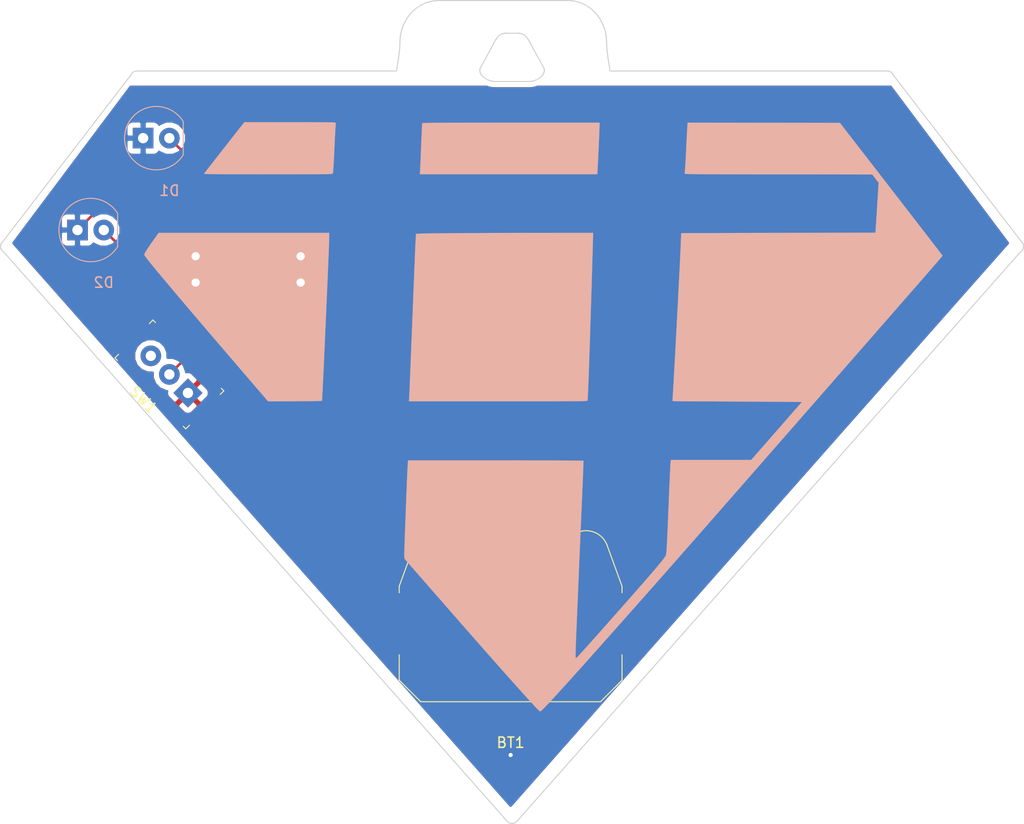
<source format=kicad_pcb>
(kicad_pcb (version 20171130) (host pcbnew "(5.0.0)")

  (general
    (thickness 1.6)
    (drawings 286)
    (tracks 14)
    (zones 0)
    (modules 8)
    (nets 7)
  )

  (page A4)
  (layers
    (0 F.Cu signal hide)
    (31 B.Cu signal)
    (32 B.Adhes user)
    (33 F.Adhes user)
    (34 B.Paste user)
    (35 F.Paste user)
    (36 B.SilkS user)
    (37 F.SilkS user)
    (38 B.Mask user)
    (39 F.Mask user)
    (40 Dwgs.User user)
    (41 Cmts.User user)
    (42 Eco1.User user)
    (43 Eco2.User user)
    (44 Edge.Cuts user)
    (45 Margin user)
    (46 B.CrtYd user)
    (47 F.CrtYd user)
    (48 B.Fab user)
    (49 F.Fab user)
  )

  (setup
    (last_trace_width 0.25)
    (trace_clearance 0.2)
    (zone_clearance 0.508)
    (zone_45_only no)
    (trace_min 0.2)
    (segment_width 0.2)
    (edge_width 0.15)
    (via_size 0.6)
    (via_drill 0.4)
    (via_min_size 0.4)
    (via_min_drill 0.3)
    (uvia_size 0.3)
    (uvia_drill 0.1)
    (uvias_allowed no)
    (uvia_min_size 0.2)
    (uvia_min_drill 0.1)
    (pcb_text_width 0.3)
    (pcb_text_size 1.5 1.5)
    (mod_edge_width 0.15)
    (mod_text_size 1 1)
    (mod_text_width 0.15)
    (pad_size 1.524 1.524)
    (pad_drill 0.762)
    (pad_to_mask_clearance 0.2)
    (aux_axis_origin 0 0)
    (grid_origin 167.64 121.92)
    (visible_elements 7FFFFFFF)
    (pcbplotparams
      (layerselection 0x010f0_80000001)
      (usegerberextensions false)
      (usegerberattributes false)
      (usegerberadvancedattributes false)
      (creategerberjobfile false)
      (excludeedgelayer true)
      (linewidth 0.100000)
      (plotframeref false)
      (viasonmask false)
      (mode 1)
      (useauxorigin false)
      (hpglpennumber 1)
      (hpglpenspeed 20)
      (hpglpendiameter 15.000000)
      (psnegative false)
      (psa4output false)
      (plotreference true)
      (plotvalue true)
      (plotinvisibletext false)
      (padsonsilk false)
      (subtractmaskfromsilk false)
      (outputformat 1)
      (mirror false)
      (drillshape 1)
      (scaleselection 1)
      (outputdirectory "gerbers/"))
  )

  (net 0 "")
  (net 1 GND)
  (net 2 /VCC)
  (net 3 "Net-(D1-Pad2)")
  (net 4 "Net-(D2-Pad2)")
  (net 5 "Net-(R1-Pad1)")
  (net 6 "Net-(SW1-Pad3)")

  (net_class Default "This is the default net class."
    (clearance 0.2)
    (trace_width 0.25)
    (via_dia 0.6)
    (via_drill 0.4)
    (uvia_dia 0.3)
    (uvia_drill 0.1)
    (add_net /VCC)
    (add_net GND)
    (add_net "Net-(D1-Pad2)")
    (add_net "Net-(D2-Pad2)")
    (add_net "Net-(R1-Pad1)")
    (add_net "Net-(SW1-Pad3)")
  )

  (module Battery:BatteryHolder_Keystone_3034_1x20mm (layer F.Cu) (tedit 595D9565) (tstamp 5C63CCF8)
    (at 149.86 132.08 180)
    (descr "Keystone 3034 SMD battery holder for 2020, 2025 and 2032 coincell batteries. http://www.keyelco.com/product-pdf.cfm?p=798")
    (tags "Keystone type 3034 coin cell retainer")
    (path /5C56385C)
    (attr smd)
    (fp_text reference BT1 (at 0 -11.5 180) (layer F.SilkS)
      (effects (font (size 1 1) (thickness 0.15)))
    )
    (fp_text value Battery (at 0 11.5 180) (layer F.Fab)
      (effects (font (size 1 1) (thickness 0.15)))
    )
    (fp_line (start 11.87 2.79) (end 11.87 -2.79) (layer F.CrtYd) (width 0.05))
    (fp_line (start 10.88 2.79) (end 11.87 2.79) (layer F.CrtYd) (width 0.05))
    (fp_line (start 10.88 3.64) (end 10.88 2.79) (layer F.CrtYd) (width 0.05))
    (fp_line (start 9.43 7.63) (end 10.88 3.64) (layer F.CrtYd) (width 0.05))
    (fp_arc (start 7.31 6.85) (end 5.96 8.64) (angle -106.9) (layer F.CrtYd) (width 0.05))
    (fp_arc (start 0 0) (end -5.96 8.64) (angle -69.1) (layer F.CrtYd) (width 0.05))
    (fp_arc (start -7.31 6.85) (end -9.43 7.62) (angle -106.9) (layer F.CrtYd) (width 0.05))
    (fp_line (start -10.88 3.64) (end -9.44 7.62) (layer F.CrtYd) (width 0.05))
    (fp_line (start -10.88 2.79) (end -10.88 3.64) (layer F.CrtYd) (width 0.05))
    (fp_line (start -11.87 2.79) (end -10.88 2.79) (layer F.CrtYd) (width 0.05))
    (fp_line (start -11.87 -2.79) (end -11.87 2.79) (layer F.CrtYd) (width 0.05))
    (fp_line (start -10.88 -2.79) (end -11.87 -2.79) (layer F.CrtYd) (width 0.05))
    (fp_line (start -10.88 -5.5) (end -10.88 -2.79) (layer F.CrtYd) (width 0.05))
    (fp_line (start -8.74 -7.64) (end -10.88 -5.5) (layer F.CrtYd) (width 0.05))
    (fp_line (start -7.2 -7.64) (end -8.74 -7.64) (layer F.CrtYd) (width 0.05))
    (fp_arc (start 0 0) (end 7.2 -7.64) (angle -86.6) (layer F.CrtYd) (width 0.05))
    (fp_line (start 8.74 -7.64) (end 7.2 -7.64) (layer F.CrtYd) (width 0.05))
    (fp_line (start 10.88 -5.5) (end 8.74 -7.64) (layer F.CrtYd) (width 0.05))
    (fp_line (start 10.88 -2.79) (end 10.88 -5.5) (layer F.CrtYd) (width 0.05))
    (fp_line (start 11.87 -2.79) (end 10.88 -2.79) (layer F.CrtYd) (width 0.05))
    (fp_arc (start -7.31 6.85) (end -9.19 7.53) (angle -107.5) (layer F.Fab) (width 0.1))
    (fp_arc (start 0 16.36) (end 6.1 8.43) (angle -75.1) (layer F.Fab) (width 0.1))
    (fp_arc (start 7.31 6.85) (end 6.1 8.43) (angle -107.5) (layer F.Fab) (width 0.1))
    (fp_line (start 10.63 3.6) (end 9.19 7.53) (layer F.Fab) (width 0.1))
    (fp_line (start 10.63 -5.4) (end 10.63 3.6) (layer F.Fab) (width 0.1))
    (fp_line (start 8.64 -7.39) (end 10.63 -5.4) (layer F.Fab) (width 0.1))
    (fp_line (start -8.64 -7.39) (end 8.64 -7.39) (layer F.Fab) (width 0.1))
    (fp_line (start -10.63 -5.4) (end -8.64 -7.39) (layer F.Fab) (width 0.1))
    (fp_line (start -10.63 3.6) (end -10.63 -5.4) (layer F.Fab) (width 0.1))
    (fp_line (start -9.19 7.53) (end -10.63 3.6) (layer F.Fab) (width 0.1))
    (fp_line (start 10.78 3) (end 10.78 3.63) (layer F.SilkS) (width 0.1))
    (fp_line (start 10.78 -5.46) (end 10.78 -3) (layer F.SilkS) (width 0.1))
    (fp_line (start -10.78 3) (end -10.78 3.63) (layer F.SilkS) (width 0.1))
    (fp_line (start -10.78 -5.46) (end -10.78 -3) (layer F.SilkS) (width 0.1))
    (fp_arc (start 7.31 6.85) (end 6 8.55) (angle -107.5) (layer F.SilkS) (width 0.1))
    (fp_line (start 10.78 3.63) (end 9.34 7.58) (layer F.SilkS) (width 0.1))
    (fp_line (start 8.7 -7.54) (end 10.78 -5.46) (layer F.SilkS) (width 0.1))
    (fp_line (start 8.7 -7.54) (end -8.7 -7.54) (layer F.SilkS) (width 0.1))
    (fp_line (start -8.7 -7.54) (end -10.78 -5.46) (layer F.SilkS) (width 0.1))
    (fp_line (start -10.78 3.63) (end -9.34 7.58) (layer F.SilkS) (width 0.1))
    (fp_arc (start -7.31 6.85) (end -9.34 7.58) (angle -107.5) (layer F.SilkS) (width 0.1))
    (fp_arc (start 0 16.36) (end 6 8.55) (angle -75.1) (layer F.SilkS) (width 0.1))
    (fp_circle (center 0 0) (end 0 10.25) (layer Dwgs.User) (width 0.15))
    (fp_text user %R (at 0 -2.9 180) (layer F.Fab)
      (effects (font (size 1 1) (thickness 0.15)))
    )
    (pad 1 smd rect (at -10.985 0 180) (size 1.27 5.08) (layers F.Cu F.Paste F.Mask)
      (net 2 /VCC))
    (pad 1 smd rect (at 10.985 0 180) (size 1.27 5.08) (layers F.Cu F.Paste F.Mask)
      (net 2 /VCC))
    (pad 2 smd rect (at 0 0 180) (size 3.96 3.96) (layers F.Cu F.Paste F.Mask)
      (net 1 GND))
    (model ${KISYS3DMOD}/Battery.3dshapes/BatteryHolder_Keystone_3034_1x20mm.wrl
      (at (xyz 0 0 0))
      (scale (xyz 1 1 1))
      (rotate (xyz 0 0 0))
    )
  )

  (module DigiKey:LED_5mm_Radial (layer B.Cu) (tedit 5B198A4A) (tstamp 5C63CD05)
    (at 116.84 85.09)
    (descr http://optoelectronics.liteon.com/upload/download/DS20-2000-343/1CHKxKNN.pdf)
    (path /5C563B35)
    (fp_text reference D1 (at 0 5.08) (layer B.SilkS)
      (effects (font (size 1 1) (thickness 0.15)) (justify mirror))
    )
    (fp_text value LED (at 0 -5.08) (layer B.Fab)
      (effects (font (size 1 1) (thickness 0.15)) (justify mirror))
    )
    (fp_text user %R (at -1.26 -0.01) (layer B.Fab)
      (effects (font (size 1 1) (thickness 0.15)) (justify mirror))
    )
    (fp_circle (center -1.27 0) (end -4.57 0) (layer B.CrtYd) (width 0.05))
    (fp_arc (start -1.27 0) (end 1.23 1.58) (angle 295.414233) (layer B.Fab) (width 0.1))
    (fp_line (start 1.23 1.58) (end 1.23 -1.58) (layer B.Fab) (width 0.1))
    (fp_line (start -4.22 0.01) (end -4.22 0.01) (layer B.Fab) (width 0.1))
    (fp_arc (start -1.27 0) (end 1.34 1.61) (angle 296.7237964) (layer B.SilkS) (width 0.1))
    (fp_line (start 1.34 -1.6) (end 1.34 1.61) (layer B.SilkS) (width 0.1))
    (pad 1 thru_hole rect (at -2.54 0) (size 2 2) (drill 1) (layers *.Cu *.Mask)
      (net 1 GND))
    (pad 2 thru_hole circle (at 0 0) (size 2 2) (drill 1) (layers *.Cu *.Mask)
      (net 3 "Net-(D1-Pad2)"))
  )

  (module DigiKey:LED_5mm_Radial (layer B.Cu) (tedit 5B198A4A) (tstamp 5C63CD12)
    (at 110.49 93.98)
    (descr http://optoelectronics.liteon.com/upload/download/DS20-2000-343/1CHKxKNN.pdf)
    (path /5C563B93)
    (fp_text reference D2 (at 0 5.08) (layer B.SilkS)
      (effects (font (size 1 1) (thickness 0.15)) (justify mirror))
    )
    (fp_text value LED (at 0 -5.08) (layer B.Fab)
      (effects (font (size 1 1) (thickness 0.15)) (justify mirror))
    )
    (fp_text user %R (at -1.26 -0.01) (layer B.Fab)
      (effects (font (size 1 1) (thickness 0.15)) (justify mirror))
    )
    (fp_circle (center -1.27 0) (end -4.57 0) (layer B.CrtYd) (width 0.05))
    (fp_arc (start -1.27 0) (end 1.23 1.58) (angle 295.414233) (layer B.Fab) (width 0.1))
    (fp_line (start 1.23 1.58) (end 1.23 -1.58) (layer B.Fab) (width 0.1))
    (fp_line (start -4.22 0.01) (end -4.22 0.01) (layer B.Fab) (width 0.1))
    (fp_arc (start -1.27 0) (end 1.34 1.61) (angle 296.7237964) (layer B.SilkS) (width 0.1))
    (fp_line (start 1.34 -1.6) (end 1.34 1.61) (layer B.SilkS) (width 0.1))
    (pad 1 thru_hole rect (at -2.54 0) (size 2 2) (drill 1) (layers *.Cu *.Mask)
      (net 1 GND))
    (pad 2 thru_hole circle (at 0 0) (size 2 2) (drill 1) (layers *.Cu *.Mask)
      (net 4 "Net-(D2-Pad2)"))
  )

  (module Resistor_THT:R_Axial_DIN0207_L6.3mm_D2.5mm_P10.16mm_Horizontal (layer F.Cu) (tedit 5AE5139B) (tstamp 5C63CD29)
    (at 129.54 96.52 180)
    (descr "Resistor, Axial_DIN0207 series, Axial, Horizontal, pin pitch=10.16mm, 0.25W = 1/4W, length*diameter=6.3*2.5mm^2, http://cdn-reichelt.de/documents/datenblatt/B400/1_4W%23YAG.pdf")
    (tags "Resistor Axial_DIN0207 series Axial Horizontal pin pitch 10.16mm 0.25W = 1/4W length 6.3mm diameter 2.5mm")
    (path /5C563C34)
    (fp_text reference R1 (at 6.35 -2.54 180) (layer F.SilkS)
      (effects (font (size 1 1) (thickness 0.15)))
    )
    (fp_text value R (at 2.54 0 180) (layer F.Fab)
      (effects (font (size 1 1) (thickness 0.15)))
    )
    (fp_line (start 1.93 -1.25) (end 1.93 1.25) (layer F.Fab) (width 0.1))
    (fp_line (start 1.93 1.25) (end 8.23 1.25) (layer F.Fab) (width 0.1))
    (fp_line (start 8.23 1.25) (end 8.23 -1.25) (layer F.Fab) (width 0.1))
    (fp_line (start 8.23 -1.25) (end 1.93 -1.25) (layer F.Fab) (width 0.1))
    (fp_line (start 0 0) (end 1.93 0) (layer F.Fab) (width 0.1))
    (fp_line (start 10.16 0) (end 8.23 0) (layer F.Fab) (width 0.1))
    (fp_line (start 1.81 -1.37) (end 1.81 1.37) (layer F.SilkS) (width 0.12))
    (fp_line (start 1.81 1.37) (end 8.35 1.37) (layer F.SilkS) (width 0.12))
    (fp_line (start 8.35 1.37) (end 8.35 -1.37) (layer F.SilkS) (width 0.12))
    (fp_line (start 8.35 -1.37) (end 1.81 -1.37) (layer F.SilkS) (width 0.12))
    (fp_line (start 1.04 0) (end 1.81 0) (layer F.SilkS) (width 0.12))
    (fp_line (start 9.12 0) (end 8.35 0) (layer F.SilkS) (width 0.12))
    (fp_line (start -1.05 -1.5) (end -1.05 1.5) (layer F.CrtYd) (width 0.05))
    (fp_line (start -1.05 1.5) (end 11.21 1.5) (layer F.CrtYd) (width 0.05))
    (fp_line (start 11.21 1.5) (end 11.21 -1.5) (layer F.CrtYd) (width 0.05))
    (fp_line (start 11.21 -1.5) (end -1.05 -1.5) (layer F.CrtYd) (width 0.05))
    (fp_text user %R (at 6.35 0 180) (layer F.Fab)
      (effects (font (size 1 1) (thickness 0.15)))
    )
    (pad 1 thru_hole circle (at 0 0 180) (size 1.6 1.6) (drill 0.8) (layers *.Cu *.Mask)
      (net 5 "Net-(R1-Pad1)"))
    (pad 2 thru_hole oval (at 10.16 0 180) (size 1.6 1.6) (drill 0.8) (layers *.Cu *.Mask)
      (net 3 "Net-(D1-Pad2)"))
    (model ${KISYS3DMOD}/Resistor_THT.3dshapes/R_Axial_DIN0207_L6.3mm_D2.5mm_P10.16mm_Horizontal.wrl
      (at (xyz 0 0 0))
      (scale (xyz 1 1 1))
      (rotate (xyz 0 0 0))
    )
  )

  (module Resistor_THT:R_Axial_DIN0207_L6.3mm_D2.5mm_P10.16mm_Horizontal (layer F.Cu) (tedit 5AE5139B) (tstamp 5C63CD40)
    (at 129.54 99.06 180)
    (descr "Resistor, Axial_DIN0207 series, Axial, Horizontal, pin pitch=10.16mm, 0.25W = 1/4W, length*diameter=6.3*2.5mm^2, http://cdn-reichelt.de/documents/datenblatt/B400/1_4W%23YAG.pdf")
    (tags "Resistor Axial_DIN0207 series Axial Horizontal pin pitch 10.16mm 0.25W = 1/4W length 6.3mm diameter 2.5mm")
    (path /5C563C8F)
    (fp_text reference R2 (at 3.81 0 180) (layer F.SilkS)
      (effects (font (size 1 1) (thickness 0.15)))
    )
    (fp_text value R (at 2.54 0 180) (layer F.Fab)
      (effects (font (size 1 1) (thickness 0.15)))
    )
    (fp_line (start 1.93 -1.25) (end 1.93 1.25) (layer F.Fab) (width 0.1))
    (fp_line (start 1.93 1.25) (end 8.23 1.25) (layer F.Fab) (width 0.1))
    (fp_line (start 8.23 1.25) (end 8.23 -1.25) (layer F.Fab) (width 0.1))
    (fp_line (start 8.23 -1.25) (end 1.93 -1.25) (layer F.Fab) (width 0.1))
    (fp_line (start 0 0) (end 1.93 0) (layer F.Fab) (width 0.1))
    (fp_line (start 10.16 0) (end 8.23 0) (layer F.Fab) (width 0.1))
    (fp_line (start 1.81 -1.37) (end 1.81 1.37) (layer F.SilkS) (width 0.12))
    (fp_line (start 1.81 1.37) (end 8.35 1.37) (layer F.SilkS) (width 0.12))
    (fp_line (start 8.35 1.37) (end 8.35 -1.37) (layer F.SilkS) (width 0.12))
    (fp_line (start 8.35 -1.37) (end 1.81 -1.37) (layer F.SilkS) (width 0.12))
    (fp_line (start 1.04 0) (end 1.81 0) (layer F.SilkS) (width 0.12))
    (fp_line (start 9.12 0) (end 8.35 0) (layer F.SilkS) (width 0.12))
    (fp_line (start -1.05 -1.5) (end -1.05 1.5) (layer F.CrtYd) (width 0.05))
    (fp_line (start -1.05 1.5) (end 11.21 1.5) (layer F.CrtYd) (width 0.05))
    (fp_line (start 11.21 1.5) (end 11.21 -1.5) (layer F.CrtYd) (width 0.05))
    (fp_line (start 11.21 -1.5) (end -1.05 -1.5) (layer F.CrtYd) (width 0.05))
    (fp_text user %R (at 3.81 2.54 180) (layer F.Fab)
      (effects (font (size 1 1) (thickness 0.15)))
    )
    (pad 1 thru_hole circle (at 0 0 180) (size 1.6 1.6) (drill 0.8) (layers *.Cu *.Mask)
      (net 5 "Net-(R1-Pad1)"))
    (pad 2 thru_hole oval (at 10.16 0 180) (size 1.6 1.6) (drill 0.8) (layers *.Cu *.Mask)
      (net 4 "Net-(D2-Pad2)"))
    (model ${KISYS3DMOD}/Resistor_THT.3dshapes/R_Axial_DIN0207_L6.3mm_D2.5mm_P10.16mm_Horizontal.wrl
      (at (xyz 0 0 0))
      (scale (xyz 1 1 1))
      (rotate (xyz 0 0 0))
    )
  )

  (module DigiKey:Switch_Toggle_ATE1D-2M3-10-Z (layer F.Cu) (tedit 5AF5AA84) (tstamp 5C63CD59)
    (at 116.84 107.95 135)
    (descr https://www.nidec-copal-electronics.com/e/catalog/switch/ate.pdf)
    (path /5C5642E2)
    (fp_text reference SW1 (at 0.06 -3.53 315) (layer F.SilkS)
      (effects (font (size 1 1) (thickness 0.15)))
    )
    (fp_text value SW_DPDT_x2 (at 0.02 3.71 135) (layer F.Fab)
      (effects (font (size 1 1) (thickness 0.15)))
    )
    (fp_line (start -4.75 -2.5) (end -4.75 2.5) (layer F.Fab) (width 0.1))
    (fp_line (start 4.75 -2.5) (end 4.75 2.5) (layer F.Fab) (width 0.1))
    (fp_line (start -4.75 -2.5) (end 4.75 -2.5) (layer F.Fab) (width 0.1))
    (fp_line (start -4.75 2.5) (end 4.75 2.5) (layer F.Fab) (width 0.1))
    (fp_line (start -4.85 -2.6) (end -4.5 -2.6) (layer F.SilkS) (width 0.1))
    (fp_line (start -4.85 -2.6) (end -4.85 -2.1) (layer F.SilkS) (width 0.1))
    (fp_line (start 4.85 -2.6) (end 4.5 -2.6) (layer F.SilkS) (width 0.1))
    (fp_line (start 4.85 -2.6) (end 4.85 -2.1) (layer F.SilkS) (width 0.1))
    (fp_line (start 4.85 2.6) (end 4.85 2.1) (layer F.SilkS) (width 0.1))
    (fp_line (start 4.85 2.6) (end 4.5 2.6) (layer F.SilkS) (width 0.1))
    (fp_line (start -4.85 2.6) (end -4.5 2.6) (layer F.SilkS) (width 0.1))
    (fp_line (start -4.85 2.6) (end -4.85 2.1) (layer F.SilkS) (width 0.1))
    (fp_line (start 5 -2.75) (end 5 2.75) (layer F.CrtYd) (width 0.05))
    (fp_line (start -5 2.75) (end -5 -2.75) (layer F.CrtYd) (width 0.05))
    (fp_line (start -5 -2.75) (end 5 -2.75) (layer F.CrtYd) (width 0.05))
    (fp_line (start -5 2.75) (end 5 2.75) (layer F.CrtYd) (width 0.05))
    (fp_circle (center 0.01 0) (end 1.46 1.15) (layer F.Fab) (width 0.15))
    (fp_text user %R (at 0.06 0.05 135) (layer F.Fab)
      (effects (font (size 1 1) (thickness 0.15)))
    )
    (pad 3 thru_hole circle (at 2.54 0 135) (size 2 2) (drill 1) (layers *.Cu *.Mask)
      (net 6 "Net-(SW1-Pad3)"))
    (pad 2 thru_hole circle (at 0 0 135) (size 2 2) (drill 1) (layers *.Cu *.Mask)
      (net 5 "Net-(R1-Pad1)"))
    (pad 1 thru_hole rect (at -2.54 0 135) (size 2 2) (drill 1) (layers *.Cu *.Mask)
      (net 2 /VCC))
  )

  (module superhashtagpcb:B.Mask_g8161 (layer F.Cu) (tedit 0) (tstamp 5C63D1B1)
    (at 150 115)
    (fp_text reference "" (at 0 0) (layer F.SilkS)
      (effects (font (size 1.27 1.27) (thickness 0.15)))
    )
    (fp_text value "" (at 0 0) (layer F.SilkS)
      (effects (font (size 1.27 1.27) (thickness 0.15)))
    )
    (fp_poly (pts (xy -27.57008 -4.659673) (xy -27.519886 -4.617803) (xy -27.465205 -4.556586) (xy -27.402521 -4.480727)
      (xy -27.374583 -4.44753) (xy -27.276742 -4.322608) (xy -27.206336 -4.213072) (xy -27.178048 -4.14188)
      (xy -27.178 -4.140115) (xy -27.196323 -4.078778) (xy -27.247201 -3.955762) (xy -27.324493 -3.784694)
      (xy -27.422062 -3.579203) (xy -27.52239 -3.375585) (xy -27.645179 -3.128943) (xy -27.765715 -2.884059)
      (xy -27.874301 -2.660833) (xy -27.96124 -2.479162) (xy -28.004438 -2.386465) (xy -28.142096 -2.084764)
      (xy -27.044868 -2.449909) (xy -25.947641 -2.815055) (xy -25.738068 -2.582277) (xy -25.589312 -2.399359)
      (xy -25.506322 -2.255165) (xy -25.49079 -2.153164) (xy -25.511049 -2.116847) (xy -25.558317 -2.095967)
      (xy -25.677102 -2.051893) (xy -25.85844 -1.987719) (xy -26.093367 -1.906537) (xy -26.372916 -1.81144)
      (xy -26.688123 -1.705521) (xy -27.030023 -1.591872) (xy -27.096603 -1.569878) (xy -28.645039 -1.058863)
      (xy -28.935672 -0.434181) (xy -29.036319 -0.219729) (xy -29.126857 -0.030316) (xy -29.200341 0.119796)
      (xy -29.249825 0.216348) (xy -29.265669 0.243417) (xy -29.328324 0.29038) (xy -29.408684 0.276665)
      (xy -29.514792 0.198147) (xy -29.654691 0.050706) (xy -29.665083 0.038711) (xy -29.769221 -0.087788)
      (xy -29.847209 -0.193553) (xy -29.885504 -0.259877) (xy -29.887289 -0.268203) (xy -29.869303 -0.314384)
      (xy -29.817551 -0.429758) (xy -29.73532 -0.607384) (xy -29.625896 -0.840324) (xy -29.492563 -1.121641)
      (xy -29.338607 -1.444397) (xy -29.167315 -1.801652) (xy -28.98197 -2.186468) (xy -28.831519 -2.497666)
      (xy -28.598651 -2.979155) (xy -28.39997 -3.38954) (xy -28.231957 -3.733526) (xy -28.091099 -4.015817)
      (xy -27.973879 -4.241121) (xy -27.876782 -4.414141) (xy -27.796291 -4.539582) (xy -27.728891 -4.622151)
      (xy -27.671066 -4.666553) (xy -27.619301 -4.677492) (xy -27.57008 -4.659673)) (layer B.Mask) (width 0.01))
    (fp_poly (pts (xy -25.074538 -1.497327) (xy -24.929995 -1.479645) (xy -24.813362 -1.444248) (xy -24.731493 -1.405319)
      (xy -24.482902 -1.231683) (xy -24.266347 -1.000638) (xy -24.097645 -0.733727) (xy -23.992614 -0.452491)
      (xy -23.977465 -0.378356) (xy -23.953604 -0.278826) (xy -23.912492 -0.241814) (xy -23.836082 -0.244615)
      (xy -23.764793 -0.243622) (xy -23.695271 -0.209093) (xy -23.608753 -0.128241) (xy -23.522723 -0.031028)
      (xy -23.424667 0.094448) (xy -23.354111 0.205148) (xy -23.325761 0.277877) (xy -23.325712 0.279731)
      (xy -23.356726 0.321427) (xy -23.444943 0.411726) (xy -23.583153 0.544283) (xy -23.764148 0.712752)
      (xy -23.980715 0.910789) (xy -24.225647 1.132046) (xy -24.491733 1.37018) (xy -24.771764 1.618844)
      (xy -25.058528 1.871692) (xy -25.344818 2.12238) (xy -25.623422 2.364561) (xy -25.887132 2.59189)
      (xy -26.128736 2.798022) (xy -26.341026 2.976611) (xy -26.516792 3.121312) (xy -26.648823 3.225778)
      (xy -26.72991 3.283665) (xy -26.74972 3.293281) (xy -26.819048 3.266638) (xy -26.925421 3.174626)
      (xy -27.04276 3.045692) (xy -27.145494 2.919862) (xy -27.222581 2.817163) (xy -27.260753 2.755534)
      (xy -27.262666 2.748359) (xy -27.232558 2.708311) (xy -27.149908 2.624026) (xy -27.026225 2.506633)
      (xy -26.87302 2.367262) (xy -26.818252 2.318615) (xy -26.658057 2.175358) (xy -26.523513 2.051624)
      (xy -26.426089 1.958222) (xy -26.377252 1.905965) (xy -26.373752 1.899553) (xy -26.408422 1.86677)
      (xy -26.492539 1.823726) (xy -26.498112 1.821392) (xy -26.615916 1.747577) (xy -26.758578 1.622011)
      (xy -26.907167 1.465406) (xy -27.042753 1.298474) (xy -27.146407 1.141929) (xy -27.179629 1.075699)
      (xy -27.277131 0.74351) (xy -27.289564 0.465171) (xy -26.498508 0.465171) (xy -26.479147 0.686402)
      (xy -26.419709 0.83777) (xy -26.3345 0.967298) (xy -26.216386 1.101869) (xy -26.083349 1.225769)
      (xy -25.953367 1.32328) (xy -25.844423 1.378686) (xy -25.793914 1.384768) (xy -25.747362 1.355243)
      (xy -25.648304 1.278493) (xy -25.507622 1.163419) (xy -25.336199 1.018924) (xy -25.144916 0.853912)
      (xy -25.143633 0.852793) (xy -24.543938 0.329752) (xy -24.570433 0.154293) (xy -24.622248 -0.04247)
      (xy -24.71187 -0.245385) (xy -24.824123 -0.426749) (xy -24.943834 -0.558856) (xy -24.973118 -0.580918)
      (xy -25.159301 -0.661172) (xy -25.364905 -0.662945) (xy -25.591654 -0.585697) (xy -25.841272 -0.428883)
      (xy -26.069633 -0.235509) (xy -26.294785 0.007386) (xy -26.437399 0.239889) (xy -26.498508 0.465171)
      (xy -27.289564 0.465171) (xy -27.292584 0.397585) (xy -27.226383 0.043465) (xy -27.081071 -0.309224)
      (xy -26.938398 -0.525163) (xy -26.737333 -0.753888) (xy -26.498097 -0.97674) (xy -26.240909 -1.175062)
      (xy -25.98599 -1.330197) (xy -25.96089 -1.342869) (xy -25.791269 -1.423062) (xy -25.660069 -1.470797)
      (xy -25.531787 -1.494331) (xy -25.37092 -1.501918) (xy -25.275195 -1.502325) (xy -25.074538 -1.497327)) (layer B.Mask) (width 0.01))
    (fp_poly (pts (xy -22.5161 1.293503) (xy -22.329134 1.364114) (xy -22.062282 1.545839) (xy -21.838059 1.786331)
      (xy -21.669937 2.067207) (xy -21.571388 2.370083) (xy -21.564906 2.40685) (xy -21.539141 2.51913)
      (xy -21.508723 2.552925) (xy -21.491035 2.542635) (xy -21.410557 2.501808) (xy -21.377941 2.497667)
      (xy -21.313148 2.52974) (xy -21.21981 2.612271) (xy -21.115519 2.724727) (xy -21.017868 2.846577)
      (xy -20.944451 2.957288) (xy -20.91286 3.036327) (xy -20.912666 3.04067) (xy -20.943747 3.084051)
      (xy -21.032168 3.175848) (xy -21.1707 3.309709) (xy -21.352114 3.479287) (xy -21.56918 3.678232)
      (xy -21.814668 3.900194) (xy -22.081348 4.138825) (xy -22.361991 4.387776) (xy -22.649367 4.640696)
      (xy -22.936247 4.891237) (xy -23.2154 5.133049) (xy -23.479598 5.359783) (xy -23.721609 5.565091)
      (xy -23.934206 5.742622) (xy -24.110157 5.886028) (xy -24.242234 5.988959) (xy -24.323206 6.045066)
      (xy -24.343468 6.053667) (xy -24.411847 6.02398) (xy -24.506901 5.948038) (xy -24.566313 5.887821)
      (xy -24.669832 5.767073) (xy -24.760807 5.650754) (xy -24.791177 5.607461) (xy -24.86621 5.492946)
      (xy -24.69848 5.33939) (xy -24.586612 5.238166) (xy -24.438458 5.105693) (xy -24.281453 4.966474)
      (xy -24.240793 4.930633) (xy -23.950837 4.675433) (xy -24.158721 4.546205) (xy -24.435705 4.32753)
      (xy -24.647959 4.062316) (xy -24.792991 3.761425) (xy -24.868312 3.43572) (xy -24.870032 3.248199)
      (xy -24.087251 3.248199) (xy -24.062327 3.483659) (xy -24.042813 3.542661) (xy -23.975718 3.661427)
      (xy -23.86603 3.796114) (xy -23.732538 3.929425) (xy -23.594031 4.044067) (xy -23.469297 4.122744)
      (xy -23.384628 4.148509) (xy -23.339318 4.121818) (xy -23.241743 4.047525) (xy -23.102756 3.934456)
      (xy -22.933214 3.791435) (xy -22.749628 3.632256) (xy -22.543057 3.450385) (xy -22.39174 3.314312)
      (xy -22.287257 3.214033) (xy -22.221185 3.139546) (xy -22.185102 3.080848) (xy -22.170587 3.027934)
      (xy -22.169219 2.970802) (xy -22.170475 2.944339) (xy -22.226387 2.658652) (xy -22.360189 2.402954)
      (xy -22.481449 2.262499) (xy -22.590932 2.164232) (xy -22.680638 2.11497) (xy -22.785635 2.099222)
      (xy -22.851515 2.099012) (xy -23.053868 2.128642) (xy -23.258368 2.214869) (xy -23.478233 2.36459)
      (xy -23.658185 2.519935) (xy -23.885412 2.766954) (xy -24.028356 3.009502) (xy -24.087251 3.248199)
      (xy -24.870032 3.248199) (xy -24.871428 3.096062) (xy -24.799849 2.753314) (xy -24.651084 2.418337)
      (xy -24.648005 2.413) (xy -24.462054 2.152596) (xy -24.215106 1.894955) (xy -23.929356 1.658568)
      (xy -23.627001 1.461923) (xy -23.347843 1.329972) (xy -23.07701 1.263236) (xy -22.789836 1.251413)
      (xy -22.5161 1.293503)) (layer B.Mask) (width 0.01))
    (fp_poly (pts (xy -20.366533 4.072678) (xy -20.337848 4.074763) (xy -20.118837 4.111539) (xy -19.914903 4.190798)
      (xy -19.709683 4.321804) (xy -19.486812 4.51382) (xy -19.384361 4.614528) (xy -19.232838 4.781521)
      (xy -19.082081 4.971516) (xy -18.94195 5.169212) (xy -18.822304 5.359308) (xy -18.733001 5.526506)
      (xy -18.683902 5.655503) (xy -18.678089 5.71061) (xy -18.714804 5.789255) (xy -18.79792 5.892053)
      (xy -18.908682 6.002301) (xy -19.028333 6.103294) (xy -19.138117 6.178329) (xy -19.21928 6.2107)
      (xy -19.237515 6.208837) (xy -19.2827 6.161995) (xy -19.351671 6.056272) (xy -19.433174 5.909864)
      (xy -19.480635 5.815772) (xy -19.61403 5.575419) (xy -19.770184 5.348252) (xy -19.935439 5.150615)
      (xy -20.096136 4.998852) (xy -20.237883 4.909611) (xy -20.349389 4.8777) (xy -20.446556 4.896128)
      (xy -20.487768 4.914927) (xy -20.60747 4.974167) (xy -20.330691 5.355167) (xy -20.118999 5.663143)
      (xy -19.964174 5.929719) (xy -19.859639 6.169559) (xy -19.798816 6.397325) (xy -19.77669 6.59008)
      (xy -19.772048 6.762414) (xy -19.784674 6.886239) (xy -19.821563 6.997089) (xy -19.879356 7.111578)
      (xy -20.066729 7.376292) (xy -20.30246 7.578706) (xy -20.576197 7.711744) (xy -20.83545 7.765389)
      (xy -20.991705 7.770662) (xy -21.134402 7.761642) (xy -21.187833 7.751905) (xy -21.474901 7.634108)
      (xy -21.733096 7.444402) (xy -21.952802 7.193326) (xy -22.124404 6.891417) (xy -22.220758 6.619754)
      (xy -22.256954 6.510514) (xy -22.298252 6.46535) (xy -22.363099 6.464729) (xy -22.366564 6.465377)
      (xy -22.431668 6.46179) (xy -22.506225 6.418583) (xy -22.605785 6.324683) (xy -22.684015 6.23938)
      (xy -22.788095 6.116187) (xy -22.865218 6.012671) (xy -22.901285 5.948056) (xy -22.902333 5.941714)
      (xy -22.895644 5.915998) (xy -22.888806 5.9055) (xy -21.675903 5.9055) (xy -21.619141 6.138334)
      (xy -21.547062 6.377081) (xy -21.45418 6.561209) (xy -21.323632 6.72067) (xy -21.253952 6.787098)
      (xy -21.088919 6.905448) (xy -20.940162 6.943122) (xy -20.799742 6.900574) (xy -20.697743 6.818923)
      (xy -20.600507 6.665166) (xy -20.571741 6.478417) (xy -20.613154 6.277758) (xy -20.643239 6.210315)
      (xy -20.700819 6.109254) (xy -20.783994 5.977223) (xy -20.880732 5.831623) (xy -20.979 5.689851)
      (xy -21.066767 5.569308) (xy -21.131999 5.487394) (xy -21.161371 5.461077) (xy -21.203046 5.487668)
      (xy -21.289663 5.558069) (xy -21.404249 5.658334) (xy -21.431868 5.683327) (xy -21.675903 5.9055)
      (xy -22.888806 5.9055) (xy -22.871532 5.878984) (xy -22.823934 5.824985) (xy -22.746785 5.748312)
      (xy -22.63402 5.643279) (xy -22.479576 5.5042) (xy -22.277388 5.325386) (xy -22.021392 5.101151)
      (xy -21.801666 4.90953) (xy -21.511087 4.659411) (xy -21.271958 4.46209) (xy -21.074438 4.311957)
      (xy -20.908685 4.203399) (xy -20.764859 4.130804) (xy -20.63312 4.088561) (xy -20.503625 4.071056)
      (xy -20.366533 4.072678)) (layer B.Mask) (width 0.01))
    (fp_poly (pts (xy -17.110283 5.74602) (xy -17.009704 5.821915) (xy -16.895862 5.932717) (xy -16.786307 6.061131)
      (xy -16.698584 6.189862) (xy -16.689829 6.205481) (xy -16.672414 6.24123) (xy -16.667155 6.27569)
      (xy -16.680954 6.316451) (xy -16.720716 6.371105) (xy -16.793342 6.447244) (xy -16.905738 6.552458)
      (xy -17.064805 6.694339) (xy -17.277447 6.880478) (xy -17.403642 6.990449) (xy -17.558549 7.126533)
      (xy -17.689002 7.243284) (xy -17.782293 7.329175) (xy -17.825716 7.372678) (xy -17.826975 7.374509)
      (xy -17.805831 7.414172) (xy -17.737563 7.505062) (xy -17.632052 7.63581) (xy -17.49918 7.795042)
      (xy -17.348831 7.971388) (xy -17.190886 8.153476) (xy -17.035229 8.329936) (xy -16.89174 8.489396)
      (xy -16.770303 8.620484) (xy -16.6808 8.71183) (xy -16.633114 8.752062) (xy -16.629081 8.752883)
      (xy -16.588295 8.722777) (xy -16.494648 8.645984) (xy -16.358958 8.531612) (xy -16.192044 8.388772)
      (xy -16.025231 8.244417) (xy -15.837804 8.084146) (xy -15.669499 7.945344) (xy -15.531675 7.836974)
      (xy -15.43569 7.767997) (xy -15.394758 7.747) (xy -15.33798 7.776826) (xy -15.246398 7.853866)
      (xy -15.138399 7.959466) (xy -15.032373 8.074971) (xy -14.946709 8.181725) (xy -14.910037 8.238737)
      (xy -14.885526 8.324223) (xy -14.893704 8.369125) (xy -14.936292 8.414216) (xy -15.034976 8.506595)
      (xy -15.182401 8.639925) (xy -15.371208 8.807868) (xy -15.594042 9.004088) (xy -15.843546 9.222248)
      (xy -16.112363 9.456011) (xy -16.393137 9.69904) (xy -16.678511 9.944998) (xy -16.961128 10.187549)
      (xy -17.233632 10.420355) (xy -17.488666 10.63708) (xy -17.718874 10.831387) (xy -17.916898 10.996939)
      (xy -18.075383 11.127398) (xy -18.186971 11.216429) (xy -18.244305 11.257694) (xy -18.249587 11.259826)
      (xy -18.307179 11.229642) (xy -18.399461 11.148844) (xy -18.508757 11.033349) (xy -18.535337 11.002494)
      (xy -18.638177 10.873867) (xy -18.714959 10.76446) (xy -18.75214 10.693956) (xy -18.753666 10.685158)
      (xy -18.722966 10.641786) (xy -18.636764 10.551801) (xy -18.503913 10.42361) (xy -18.333264 10.26562)
      (xy -18.133668 10.086241) (xy -17.991538 9.961229) (xy -17.229409 9.296463) (xy -17.349125 9.167315)
      (xy -17.407117 9.102822) (xy -17.508802 8.987847) (xy -17.642398 8.835866) (xy -17.796124 8.66036)
      (xy -17.958198 8.474807) (xy -18.116839 8.292685) (xy -18.260266 8.127474) (xy -18.376697 7.992651)
      (xy -18.419753 7.942434) (xy -18.45984 7.957381) (xy -18.552848 8.020989) (xy -18.688641 8.125421)
      (xy -18.857082 8.262839) (xy -19.048035 8.425406) (xy -19.0768 8.450434) (xy -19.348471 8.686845)
      (xy -19.563562 8.87241) (xy -19.728732 9.012582) (xy -19.85064 9.112814) (xy -19.935944 9.178557)
      (xy -19.991302 9.215264) (xy -20.023373 9.228388) (xy -20.027157 9.228667) (xy -20.073979 9.199045)
      (xy -20.156893 9.122626) (xy -20.258298 9.01808) (xy -20.360598 8.904075) (xy -20.446192 8.799282)
      (xy -20.487253 8.740577) (xy -20.524728 8.660593) (xy -20.506639 8.597985) (xy -20.466086 8.54881)
      (xy -20.400022 8.483396) (xy -20.280647 8.373226) (xy -20.115442 8.224732) (xy -19.911886 8.044351)
      (xy -19.677461 7.838517) (xy -19.419647 7.613663) (xy -19.145926 7.376225) (xy -18.863778 7.132638)
      (xy -18.580683 6.889335) (xy -18.304122 6.652751) (xy -18.041577 6.429321) (xy -17.800527 6.22548)
      (xy -17.588454 6.047661) (xy -17.412838 5.9023) (xy -17.281159 5.79583) (xy -17.2009 5.734687)
      (xy -17.180051 5.722327) (xy -17.110283 5.74602)) (layer B.Mask) (width 0.01))
    (fp_poly (pts (xy -15.003844 10.02939) (xy -14.77191 10.08917) (xy -14.561615 10.201839) (xy -14.348042 10.378064)
      (xy -14.286296 10.438211) (xy -14.03798 10.739653) (xy -13.868847 11.063051) (xy -13.778686 11.400938)
      (xy -13.767291 11.745849) (xy -13.834453 12.090318) (xy -13.979962 12.42688) (xy -14.203611 12.74807)
      (xy -14.355373 12.9111) (xy -14.678399 13.182148) (xy -15.014152 13.378389) (xy -15.356243 13.497552)
      (xy -15.698284 13.537362) (xy -16.012756 13.500707) (xy -16.306288 13.393029) (xy -16.599931 13.214493)
      (xy -16.879481 12.977688) (xy -17.130736 12.695205) (xy -17.339495 12.379632) (xy -17.393552 12.276667)
      (xy -17.475367 12.099844) (xy -17.543192 11.933329) (xy -17.586538 11.803709) (xy -17.595035 11.765963)
      (xy -17.602905 11.686589) (xy -17.588463 11.622863) (xy -17.539634 11.555279) (xy -17.444344 11.464326)
      (xy -17.365762 11.395546) (xy -17.19924 11.261508) (xy -17.077731 11.191717) (xy -16.992016 11.185402)
      (xy -16.932877 11.241792) (xy -16.892124 11.355917) (xy -16.81742 11.640201) (xy -16.747584 11.859403)
      (xy -16.674491 12.032105) (xy -16.590017 12.176889) (xy -16.486037 12.312337) (xy -16.4616 12.340608)
      (xy -16.23819 12.542738) (xy -15.993842 12.666492) (xy -15.734221 12.709042) (xy -15.723504 12.709015)
      (xy -15.554418 12.690708) (xy -15.396754 12.645122) (xy -15.274808 12.581763) (xy -15.212877 12.510136)
      (xy -15.212549 12.509112) (xy -15.235722 12.467138) (xy -15.307739 12.370629) (xy -15.421365 12.228482)
      (xy -15.569363 12.049592) (xy -15.744497 11.842854) (xy -15.918177 11.641667) (xy -16.112536 11.415719)
      (xy -16.286964 11.207746) (xy -16.434017 11.027046) (xy -16.524274 10.911143) (xy -15.58725 10.911143)
      (xy -15.565819 10.962089) (xy -15.511715 11.040591) (xy -15.418557 11.156289) (xy -15.279964 11.318827)
      (xy -15.15222 11.465957) (xy -14.967269 11.676902) (xy -14.829016 11.827144) (xy -14.728856 11.920089)
      (xy -14.658182 11.959144) (xy -14.608391 11.947713) (xy -14.570875 11.889205) (xy -14.53703 11.787024)
      (xy -14.517836 11.717058) (xy -14.498191 11.503749) (xy -14.557621 11.294154) (xy -14.698235 11.082243)
      (xy -14.766067 11.007397) (xy -14.886239 10.896348) (xy -15.002542 10.810852) (xy -15.081528 10.772449)
      (xy -15.243966 10.760399) (xy -15.417557 10.789711) (xy -15.556614 10.852621) (xy -15.557615 10.85335)
      (xy -15.582389 10.878111) (xy -15.58725 10.911143) (xy -16.524274 10.911143) (xy -16.546254 10.882919)
      (xy -16.616231 10.784664) (xy -16.636943 10.743627) (xy -16.603511 10.67656) (xy -16.513883 10.578612)
      (xy -16.38417 10.462946) (xy -16.230485 10.342725) (xy -16.068941 10.231112) (xy -15.915649 10.14127)
      (xy -15.875 10.12115) (xy -15.734652 10.06296) (xy -15.600683 10.029436) (xy -15.440126 10.014498)
      (xy -15.282333 10.011834) (xy -15.003844 10.02939)) (layer B.Mask) (width 0.01))
    (fp_poly (pts (xy -12.724003 12.392451) (xy -12.6306 12.472284) (xy -12.524983 12.580548) (xy -12.42558 12.696962)
      (xy -12.350819 12.801243) (xy -12.31913 12.87311) (xy -12.319 12.876158) (xy -12.284448 12.927017)
      (xy -12.196178 12.994405) (xy -12.128439 13.034071) (xy -11.903426 13.191894) (xy -11.691216 13.412607)
      (xy -11.511848 13.674742) (xy -11.485597 13.722764) (xy -11.429754 13.83706) (xy -11.394635 13.939609)
      (xy -11.375539 14.056058) (xy -11.367763 14.212052) (xy -11.366532 14.372167) (xy -11.368879 14.575757)
      (xy -11.379462 14.722631) (xy -11.403539 14.840684) (xy -11.446367 14.957815) (xy -11.498172 15.070667)
      (xy -11.67798 15.377116) (xy -11.910707 15.646301) (xy -12.210368 15.893679) (xy -12.301995 15.957016)
      (xy -12.647845 16.152701) (xy -12.979841 16.266505) (xy -13.30224 16.299252) (xy -13.6193 16.251768)
      (xy -13.697875 16.227578) (xy -13.879338 16.136389) (xy -14.066927 15.992055) (xy -14.246392 15.811744)
      (xy -14.403485 15.612625) (xy -14.523955 15.411866) (xy -14.593553 15.226636) (xy -14.605 15.134628)
      (xy -14.618942 15.049771) (xy -14.663189 15.038748) (xy -14.741375 15.102025) (xy -14.791749 15.158596)
      (xy -14.905905 15.35077) (xy -14.938205 15.555581) (xy -14.889995 15.769983) (xy -14.76262 15.990929)
      (xy -14.557426 16.215371) (xy -14.275758 16.440263) (xy -14.204156 16.489169) (xy -14.015053 16.623014)
      (xy -13.893725 16.727251) (xy -13.844043 16.798474) (xy -13.843 16.806851) (xy -13.874048 16.87185)
      (xy -13.954195 16.96847) (xy -14.063946 17.078699) (xy -14.183804 17.184529) (xy -14.294273 17.267947)
      (xy -14.375859 17.310945) (xy -14.3912 17.313284) (xy -14.460093 17.288847) (xy -14.567213 17.227134)
      (xy -14.647333 17.171957) (xy -14.868513 16.988389) (xy -15.096265 16.764107) (xy -15.306108 16.525431)
      (xy -15.473559 16.298678) (xy -15.502439 16.25274) (xy -15.656616 15.929978) (xy -15.726298 15.611157)
      (xy -15.711452 15.295971) (xy -15.612051 14.984116) (xy -15.428063 14.675286) (xy -15.337812 14.560854)
      (xy -15.266442 14.486244) (xy -15.262924 14.48289) (xy -14.044568 14.48289) (xy -14.006162 14.653824)
      (xy -13.923777 14.924707) (xy -13.805104 15.143969) (xy -13.735097 15.235028) (xy -13.565015 15.390229)
      (xy -13.380732 15.465224) (xy -13.176635 15.460661) (xy -12.947111 15.377188) (xy -12.869333 15.335051)
      (xy -12.619586 15.160314) (xy -12.413256 14.955933) (xy -12.258259 14.73467) (xy -12.16251 14.509289)
      (xy -12.133924 14.292554) (xy -12.151009 14.17668) (xy -12.244488 13.969489) (xy -12.403581 13.768027)
      (xy -12.610499 13.592587) (xy -12.725529 13.521405) (xy -12.856892 13.449447) (xy -13.45073 13.966169)
      (xy -14.044568 14.48289) (xy -15.262924 14.48289) (xy -15.144141 14.369668) (xy -14.97941 14.21846)
      (xy -14.780754 14.03995) (xy -14.556674 13.841469) (xy -14.315675 13.630348) (xy -14.066259 13.41392)
      (xy -13.816929 13.199516) (xy -13.576188 12.994466) (xy -13.352539 12.806103) (xy -13.154486 12.641757)
      (xy -12.990531 12.50876) (xy -12.869177 12.414443) (xy -12.798928 12.366138) (xy -12.786764 12.361334)
      (xy -12.724003 12.392451)) (layer B.Mask) (width 0.01))
    (fp_poly (pts (xy -9.368908 14.303827) (xy -9.346292 14.319478) (xy -9.264964 14.395387) (xy -9.166692 14.503788)
      (xy -9.068309 14.6237) (xy -8.986652 14.734143) (xy -8.938556 14.814139) (xy -8.932333 14.835337)
      (xy -8.962685 14.882143) (xy -9.045971 14.972025) (xy -9.170538 15.093317) (xy -9.324731 15.234349)
      (xy -9.376833 15.280349) (xy -9.537151 15.422785) (xy -9.671426 15.546049) (xy -9.768191 15.639305)
      (xy -9.815979 15.69172) (xy -9.819051 15.69817) (xy -9.785925 15.735129) (xy -9.700936 15.805343)
      (xy -9.581982 15.894091) (xy -9.573331 15.900272) (xy -9.31125 16.134306) (xy -9.118723 16.407065)
      (xy -8.995707 16.709055) (xy -8.94216 17.030784) (xy -8.958039 17.362759) (xy -9.043304 17.695486)
      (xy -9.197912 18.019472) (xy -9.42182 18.325226) (xy -9.584826 18.491761) (xy -9.919921 18.760361)
      (xy -10.262809 18.958586) (xy -10.606112 19.084127) (xy -10.942448 19.134681) (xy -11.264439 19.107942)
      (xy -11.418376 19.064644) (xy -11.621925 18.958681) (xy -11.820448 18.795766) (xy -11.999562 18.594554)
      (xy -12.144883 18.373698) (xy -12.24203 18.151856) (xy -12.276633 17.95145) (xy -12.282787 17.858934)
      (xy -12.305187 17.839224) (xy -12.327466 17.8562) (xy -12.39897 17.900278) (xy -12.480026 17.888377)
      (xy -12.581259 17.815101) (xy -12.713292 17.675052) (xy -12.735671 17.648828) (xy -12.83782 17.524605)
      (xy -12.914399 17.424939) (xy -12.95217 17.367266) (xy -12.954 17.361308) (xy -12.925715 17.318564)
      (xy -12.902625 17.293167) (xy -11.691209 17.293167) (xy -11.668775 17.491355) (xy -11.601527 17.758217)
      (xy -11.470536 17.99949) (xy -11.359794 18.126823) (xy -11.202883 18.247908) (xy -11.046451 18.30314)
      (xy -10.873084 18.293722) (xy -10.66537 18.220856) (xy -10.581424 18.180633) (xy -10.339282 18.029164)
      (xy -10.122278 17.837778) (xy -9.94261 17.622183) (xy -9.812475 17.398087) (xy -9.744068 17.181197)
      (xy -9.736666 17.092668) (xy -9.776111 16.87947) (xy -9.886198 16.666685) (xy -10.054556 16.471375)
      (xy -10.268813 16.310603) (xy -10.327144 16.278299) (xy -10.450812 16.214348) (xy -11.07101 16.753757)
      (xy -11.691209 17.293167) (xy -12.902625 17.293167) (xy -12.852446 17.237977) (xy -12.774083 17.160233)
      (xy -12.690871 17.083571) (xy -12.555761 16.962459) (xy -12.376446 16.803572) (xy -12.160618 16.613586)
      (xy -11.91597 16.399177) (xy -11.650193 16.167023) (xy -11.37098 15.923798) (xy -11.086023 15.676179)
      (xy -10.803015 15.430843) (xy -10.529648 15.194466) (xy -10.273615 14.973724) (xy -10.042607 14.775292)
      (xy -9.844316 14.605849) (xy -9.686436 14.472068) (xy -9.576658 14.380628) (xy -9.522676 14.338204)
      (xy -9.522196 14.337887) (xy -9.433314 14.293003) (xy -9.368908 14.303827)) (layer B.Mask) (width 0.01))
    (fp_poly (pts (xy -7.627918 18.332661) (xy -7.580181 18.353705) (xy -7.384793 18.473074) (xy -7.16832 18.653304)
      (xy -6.945826 18.878694) (xy -6.732374 19.133541) (xy -6.543029 19.402146) (xy -6.487571 19.49254)
      (xy -6.387876 19.665088) (xy -6.327388 19.781962) (xy -6.300397 19.859254) (xy -6.301193 19.91306)
      (xy -6.322657 19.957342) (xy -6.390476 20.037411) (xy -6.494375 20.135385) (xy -6.614584 20.235579)
      (xy -6.731331 20.322305) (xy -6.824846 20.379878) (xy -6.87278 20.393811) (xy -6.912277 20.351311)
      (xy -6.976633 20.250449) (xy -7.054649 20.10947) (xy -7.090833 20.038598) (xy -7.243181 19.750276)
      (xy -7.382706 19.527632) (xy -7.520572 19.355145) (xy -7.667939 19.217291) (xy -7.698961 19.192949)
      (xy -7.881864 19.084189) (xy -8.042473 19.052613) (xy -8.176547 19.099011) (xy -8.181851 19.102917)
      (xy -8.208924 19.133501) (xy -8.20869 19.176277) (xy -8.174523 19.245086) (xy -8.099796 19.353769)
      (xy -7.994375 19.4945) (xy -7.740518 19.86163) (xy -7.560902 20.199225) (xy -7.452861 20.513151)
      (xy -7.415173 20.768365) (xy -7.412061 20.952831) (xy -7.42886 21.087546) (xy -7.470794 21.206141)
      (xy -7.488972 21.243438) (xy -7.663627 21.506453) (xy -7.884787 21.714547) (xy -8.139563 21.861356)
      (xy -8.415065 21.940513) (xy -8.698403 21.945653) (xy -8.849759 21.915515) (xy -9.009372 21.858381)
      (xy -9.165838 21.783905) (xy -9.198999 21.764587) (xy -9.390488 21.608727) (xy -9.571328 21.39447)
      (xy -9.72387 21.147794) (xy -9.830466 20.894677) (xy -9.856401 20.796908) (xy -9.886402 20.692767)
      (xy -9.929657 20.651041) (xy -9.999724 20.649009) (xy -10.070763 20.64128) (xy -10.148798 20.594865)
      (xy -10.250258 20.497982) (xy -10.324416 20.416175) (xy -10.42774 20.291164) (xy -10.504066 20.183963)
      (xy -10.514339 20.163749) (xy -9.282345 20.163749) (xy -9.269133 20.246605) (xy -9.261348 20.288423)
      (xy -9.180149 20.573162) (xy -9.043765 20.807576) (xy -8.892944 20.968471) (xy -8.753035 21.076599)
      (xy -8.632999 21.118079) (xy -8.507321 21.097736) (xy -8.419035 21.058094) (xy -8.283919 20.944578)
      (xy -8.214159 20.784083) (xy -8.214672 20.588922) (xy -8.220387 20.560615) (xy -8.268172 20.43199)
      (xy -8.359279 20.257698) (xy -8.482378 20.056736) (xy -8.62614 19.848101) (xy -8.717023 19.727879)
      (xy -8.799674 19.622591) (xy -8.91892 19.727048) (xy -9.079691 19.867906) (xy -9.187172 19.966847)
      (xy -9.25061 20.039028) (xy -9.279252 20.099609) (xy -9.282345 20.163749) (xy -10.514339 20.163749)
      (xy -10.539189 20.114855) (xy -10.54004 20.108334) (xy -10.528601 20.080815) (xy -10.490949 20.033614)
      (xy -10.422295 19.962357) (xy -10.31785 19.86267) (xy -10.172824 19.730178) (xy -9.982429 19.560507)
      (xy -9.741876 19.349283) (xy -9.446376 19.092133) (xy -9.091139 18.784681) (xy -9.085645 18.779935)
      (xy -8.911505 18.636615) (xy -8.736536 18.504731) (xy -8.583056 18.400468) (xy -8.487833 18.346432)
      (xy -8.207166 18.258572) (xy -7.918291 18.253999) (xy -7.627918 18.332661)) (layer B.Mask) (width 0.01))
    (fp_poly (pts (xy -5.477052 20.892106) (xy -5.280449 20.944797) (xy -5.267732 20.950361) (xy -5.00614 21.112697)
      (xy -4.778399 21.338661) (xy -4.599689 21.6093) (xy -4.485189 21.905658) (xy -4.477648 21.936887)
      (xy -4.423833 22.173328) (xy -3.915833 21.733616) (xy -3.730895 21.578106) (xy -3.56628 21.448311)
      (xy -3.434084 21.353179) (xy -3.346401 21.301662) (xy -3.323166 21.295053) (xy -3.256487 21.32689)
      (xy -3.159415 21.407775) (xy -3.050423 21.517609) (xy -2.94798 21.636296) (xy -2.870556 21.743739)
      (xy -2.836624 21.819841) (xy -2.836333 21.824757) (xy -2.866967 21.869722) (xy -2.952304 21.959975)
      (xy -3.082502 22.086015) (xy -3.247716 22.238341) (xy -3.4381 22.40745) (xy -3.458118 22.424895)
      (xy -3.648229 22.590427) (xy -3.888199 22.79959) (xy -4.164153 23.040278) (xy -4.462217 23.300385)
      (xy -4.768515 23.567805) (xy -5.069174 23.830433) (xy -5.181875 23.928917) (xy -5.442706 24.155151)
      (xy -5.685539 24.362483) (xy -5.902559 24.544494) (xy -6.085953 24.694763) (xy -6.227905 24.806869)
      (xy -6.320601 24.874394) (xy -6.354115 24.892) (xy -6.415031 24.861551) (xy -6.50855 24.781526)
      (xy -6.61495 24.668911) (xy -6.620024 24.662998) (xy -6.717298 24.540705) (xy -6.787347 24.436552)
      (xy -6.81561 24.372292) (xy -6.815666 24.370706) (xy -6.850049 24.31792) (xy -6.939414 24.244551)
      (xy -7.042718 24.179276) (xy -7.29394 23.996743) (xy -7.51971 23.754835) (xy -7.676402 23.516167)
      (xy -7.719396 23.423185) (xy -7.746696 23.322046) (xy -7.761604 23.190583) (xy -7.767423 23.006629)
      (xy -7.767956 22.901674) (xy -7.767864 22.890838) (xy -7.027333 22.890838) (xy -6.998871 23.044414)
      (xy -6.924303 23.219911) (xy -6.819857 23.381953) (xy -6.781671 23.426368) (xy -6.689067 23.515334)
      (xy -6.573869 23.612895) (xy -6.457569 23.702464) (xy -6.36166 23.767457) (xy -6.308713 23.791334)
      (xy -6.269267 23.764878) (xy -6.176472 23.691226) (xy -6.040687 23.57895) (xy -5.872269 23.436619)
      (xy -5.681575 23.272806) (xy -5.66956 23.262402) (xy -5.477964 23.094737) (xy -5.309329 22.943958)
      (xy -5.173895 22.81948) (xy -5.0819 22.730722) (xy -5.043581 22.687101) (xy -5.04328 22.68634)
      (xy -5.045568 22.623439) (xy -5.067075 22.505982) (xy -5.09923 22.374475) (xy -5.190533 22.13546)
      (xy -5.31823 21.937834) (xy -5.471118 21.791894) (xy -5.637994 21.707939) (xy -5.807653 21.696265)
      (xy -5.831773 21.701173) (xy -6.054573 21.782603) (xy -6.282246 21.914069) (xy -6.501418 22.082264)
      (xy -6.698718 22.273883) (xy -6.860773 22.475618) (xy -6.97421 22.674164) (xy -7.025657 22.856213)
      (xy -7.027333 22.890838) (xy -7.767864 22.890838) (xy -7.766196 22.69544) (xy -7.757435 22.547864)
      (xy -7.736794 22.432963) (xy -7.699398 22.324755) (xy -7.640369 22.197258) (xy -7.632872 22.182007)
      (xy -7.529998 22.002443) (xy -7.39751 21.809547) (xy -7.281996 21.666058) (xy -7.094724 21.482345)
      (xy -6.869004 21.300758) (xy -6.628452 21.137453) (xy -6.396685 21.008592) (xy -6.213348 20.934889)
      (xy -5.974278 20.886649) (xy -5.718587 20.872555) (xy -5.477052 20.892106)) (layer B.Mask) (width 0.01))
    (fp_poly (pts (xy -2.012468 23.064101) (xy -1.918342 23.128405) (xy -1.81618 23.224739) (xy -1.726745 23.334798)
      (xy -1.693357 23.389122) (xy -1.67561 23.433636) (xy -1.676145 23.483036) (xy -1.701239 23.550109)
      (xy -1.757168 23.647638) (xy -1.850208 23.788411) (xy -1.984388 23.982) (xy -2.328986 24.474787)
      (xy -2.175684 24.661873) (xy -2.022381 24.848958) (xy -1.698898 24.394229) (xy -1.549277 24.190057)
      (xy -1.43641 24.051216) (xy -1.353622 23.970357) (xy -1.294237 23.940132) (xy -1.28587 23.9395)
      (xy -1.212758 23.969772) (xy -1.118629 24.046133) (xy -1.022935 24.146903) (xy -0.945129 24.250399)
      (xy -0.904665 24.334942) (xy -0.904828 24.364188) (xy -0.936565 24.419054) (xy -1.006178 24.525413)
      (xy -1.102161 24.665985) (xy -1.175334 24.770478) (xy -1.290129 24.933808) (xy -1.394103 25.083512)
      (xy -1.472456 25.198195) (xy -1.500562 25.240596) (xy -1.575213 25.356358) (xy -1.27444 25.697129)
      (xy -1.151048 25.841947) (xy -1.052177 25.967535) (xy -0.989636 26.058289) (xy -0.973666 26.094558)
      (xy -1.003565 26.151608) (xy -1.078973 26.239989) (xy -1.178462 26.339191) (xy -1.280602 26.428705)
      (xy -1.363965 26.488021) (xy -1.397978 26.500667) (xy -1.442117 26.48406) (xy -1.510192 26.428647)
      (xy -1.610911 26.32604) (xy -1.752987 26.167854) (xy -1.80259 26.11105) (xy -1.975348 25.912347)
      (xy -2.194174 26.227113) (xy -2.291265 26.371698) (xy -2.366251 26.492739) (xy -2.40801 26.571845)
      (xy -2.413 26.589024) (xy -2.386303 26.639052) (xy -2.314519 26.735132) (xy -2.210101 26.861214)
      (xy -2.137833 26.943621) (xy -2.019543 27.08221) (xy -1.926734 27.203163) (xy -1.872001 27.2894)
      (xy -1.862666 27.316772) (xy -1.892431 27.37345) (xy -1.96758 27.461955) (xy -2.0669 27.561839)
      (xy -2.169175 27.652652) (xy -2.253192 27.713944) (xy -2.289629 27.728334) (xy -2.334294 27.699195)
      (xy -2.41612 27.624048) (xy -2.517313 27.521295) (xy -2.620085 27.409338) (xy -2.706643 27.306581)
      (xy -2.738642 27.263888) (xy -2.796148 27.198116) (xy -2.830683 27.178) (xy -2.865381 27.21091)
      (xy -2.937321 27.300831) (xy -3.036445 27.434552) (xy -3.152696 27.598862) (xy -3.16904 27.6225)
      (xy -3.316006 27.829413) (xy -3.429765 27.968537) (xy -3.520922 28.044538) (xy -3.600079 28.062077)
      (xy -3.677839 28.025818) (xy -3.764806 27.940426) (xy -3.799416 27.899751) (xy -3.879282 27.790099)
      (xy -3.928921 27.696052) (xy -3.937 27.662091) (xy -3.913405 27.601019) (xy -3.849186 27.48815)
      (xy -3.754193 27.339666) (xy -3.640023 27.174195) (xy -3.521951 27.006303) (xy -3.421497 26.858761)
      (xy -3.349467 26.747755) (xy -3.316923 26.690161) (xy -3.329753 26.61053) (xy -3.41115 26.498554)
      (xy -3.431704 26.47671) (xy -3.519385 26.391442) (xy -3.582873 26.339138) (xy -3.598927 26.331334)
      (xy -3.631646 26.364093) (xy -3.702233 26.453627) (xy -3.80077 26.586815) (xy -3.917337 26.750541)
      (xy -3.935004 26.775834) (xy -4.085753 26.983271) (xy -4.205016 27.128488) (xy -4.288938 27.207044)
      (xy -4.320881 27.220334) (xy -4.386392 27.188716) (xy -4.477399 27.109287) (xy -4.573189 27.005178)
      (xy -4.653052 26.899524) (xy -4.696274 26.815456) (xy -4.699 26.798016) (xy -4.684231 26.753791)
      (xy -4.637124 26.670429) (xy -4.553475 26.541568) (xy -4.429081 26.360849) (xy -4.259738 26.121908)
      (xy -4.16535 25.990362) (xy -4.026609 25.797556) (xy -4.096429 25.7175) (xy -3.205148 25.7175)
      (xy -3.057974 25.897417) (xy -2.972313 25.996459) (xy -2.907389 26.061205) (xy -2.88415 26.075946)
      (xy -2.850503 26.042559) (xy -2.781697 25.953894) (xy -2.689288 25.825279) (xy -2.627296 25.735272)
      (xy -2.397092 25.395986) (xy -2.739226 25.053852) (xy -3.205148 25.7175) (xy -4.096429 25.7175)
      (xy -4.301504 25.482362) (xy -4.45505 25.305693) (xy -4.557571 25.179311) (xy -4.612559 25.088723)
      (xy -4.623506 25.019436) (xy -4.593904 24.956957) (xy -4.527246 24.886795) (xy -4.459921 24.824903)
      (xy -4.347683 24.728609) (xy -4.254987 24.661133) (xy -4.20524 24.638) (xy -4.155724 24.667902)
      (xy -4.067571 24.747695) (xy -3.956678 24.862506) (xy -3.911049 24.913167) (xy -3.79842 25.037058)
      (xy -3.70605 25.132001) (xy -3.648484 25.183313) (xy -3.638436 25.188334) (xy -3.602979 25.15578)
      (xy -3.532603 25.068533) (xy -3.439552 24.942214) (xy -3.388253 24.869146) (xy -3.167599 24.549958)
      (xy -3.372383 24.313659) (xy -3.53863 24.120886) (xy -3.653368 23.979746) (xy -3.719999 23.877426)
      (xy -3.741928 23.801116) (xy -3.722557 23.738005) (xy -3.665291 23.675281) (xy -3.573533 23.600132)
      (xy -3.563966 23.592533) (xy -3.444719 23.499551) (xy -3.3598 23.450769) (xy -3.288636 23.449823)
      (xy -3.210658 23.50035) (xy -3.105295 23.605985) (xy -3.030066 23.686903) (xy -2.764733 23.972549)
      (xy -2.451283 23.523147) (xy -2.328801 23.352164) (xy -2.218935 23.207281) (xy -2.132784 23.102552)
      (xy -2.081444 23.052032) (xy -2.077797 23.050136) (xy -2.012468 23.064101)) (layer B.Mask) (width 0.01))
  )

  (module superhashtagpcb:B.Silk_g8163 (layer F.Cu) (tedit 0) (tstamp 5C63D218)
    (at 150 115)
    (fp_text reference "" (at 0 0) (layer F.SilkS)
      (effects (font (size 1.27 1.27) (thickness 0.15)))
    )
    (fp_text value "" (at 0 0) (layer F.SilkS)
      (effects (font (size 1.27 1.27) (thickness 0.15)))
    )
    (fp_poly (pts (xy 8.466667 -31.161359) (xy 8.464683 -31.063248) (xy 8.45905 -30.891301) (xy 8.45025 -30.65625)
      (xy 8.438761 -30.368824) (xy 8.425064 -30.039756) (xy 8.409639 -29.679775) (xy 8.392966 -29.299612)
      (xy 8.375525 -28.909998) (xy 8.357795 -28.521663) (xy 8.340257 -28.145339) (xy 8.323391 -27.791755)
      (xy 8.307677 -27.471644) (xy 8.293595 -27.195734) (xy 8.281625 -26.974758) (xy 8.272861 -26.82875)
      (xy 8.245867 -26.416) (xy -8.928344 -26.416) (xy -8.909582 -26.617083) (xy -8.904326 -26.697536)
      (xy -8.896205 -26.85386) (xy -8.885603 -27.077323) (xy -8.872903 -27.359191) (xy -8.858489 -27.690731)
      (xy -8.842744 -28.06321) (xy -8.826052 -28.467895) (xy -8.808796 -28.896054) (xy -8.80222 -29.061833)
      (xy -8.785023 -29.490702) (xy -8.768321 -29.894653) (xy -8.752479 -30.265665) (xy -8.737865 -30.595712)
      (xy -8.724845 -30.876773) (xy -8.713786 -31.100825) (xy -8.705053 -31.259844) (xy -8.699014 -31.345808)
      (xy -8.697306 -31.358416) (xy -8.680208 -31.364824) (xy -8.63107 -31.370727) (xy -8.546961 -31.376142)
      (xy -8.424949 -31.38109) (xy -8.262101 -31.385586) (xy -8.055485 -31.38965) (xy -7.802171 -31.393299)
      (xy -7.499225 -31.396552) (xy -7.143716 -31.399427) (xy -6.732712 -31.401941) (xy -6.263281 -31.404113)
      (xy -5.732491 -31.405961) (xy -5.137411 -31.407502) (xy -4.475108 -31.408755) (xy -3.74265 -31.409739)
      (xy -2.937105 -31.41047) (xy -2.055543 -31.410968) (xy -1.095029 -31.411249) (xy -0.107162 -31.411333)
      (xy 8.466667 -31.411333) (xy 8.466667 -31.161359)) (layer B.SilkS) (width 0.01))
    (fp_poly (pts (xy -20.772449 -31.45361) (xy -20.143361 -31.453389) (xy -19.589424 -31.452922) (xy -19.105883 -31.45213)
      (xy -18.687978 -31.450933) (xy -18.330954 -31.449252) (xy -18.030053 -31.447007) (xy -17.780518 -31.444118)
      (xy -17.577591 -31.440505) (xy -17.416515 -31.436089) (xy -17.292534 -31.43079) (xy -17.200888 -31.424528)
      (xy -17.136822 -31.417223) (xy -17.095578 -31.408797) (xy -17.072399 -31.399168) (xy -17.062527 -31.388258)
      (xy -17.060988 -31.379583) (xy -17.063886 -31.312255) (xy -17.071402 -31.177765) (xy -17.082511 -30.993429)
      (xy -17.096189 -30.776565) (xy -17.101688 -30.691666) (xy -17.115017 -30.470297) (xy -17.130483 -30.185412)
      (xy -17.147038 -29.858106) (xy -17.163632 -29.509471) (xy -17.179217 -29.160599) (xy -17.186941 -28.977166)
      (xy -17.206319 -28.52783) (xy -17.226448 -28.102379) (xy -17.246825 -27.709028) (xy -17.266946 -27.355992)
      (xy -17.286306 -27.051487) (xy -17.304401 -26.803729) (xy -17.320726 -26.620931) (xy -17.334779 -26.511311)
      (xy -17.339561 -26.490083) (xy -17.345872 -26.479996) (xy -17.360971 -26.470866) (xy -17.388874 -26.462645)
      (xy -17.433603 -26.455285) (xy -17.499176 -26.448741) (xy -17.589612 -26.442963) (xy -17.708931 -26.437905)
      (xy -17.861152 -26.433518) (xy -18.050294 -26.429756) (xy -18.280375 -26.426571) (xy -18.555417 -26.423915)
      (xy -18.879437 -26.421741) (xy -19.256454 -26.420002) (xy -19.690489 -26.418649) (xy -20.18556 -26.417636)
      (xy -20.745687 -26.416915) (xy -21.374888 -26.416438) (xy -22.077183 -26.416159) (xy -22.856592 -26.416028)
      (xy -23.608869 -26.416) (xy -24.486385 -26.416125) (xy -25.282656 -26.41652) (xy -26.0011 -26.417214)
      (xy -26.645141 -26.418236) (xy -27.218197 -26.419615) (xy -27.72369 -26.421381) (xy -28.16504 -26.423563)
      (xy -28.545668 -26.426189) (xy -28.868993 -26.429289) (xy -29.138438 -26.432893) (xy -29.357422 -26.437028)
      (xy -29.529366 -26.441726) (xy -29.657691 -26.447013) (xy -29.745816 -26.452921) (xy -29.797163 -26.459478)
      (xy -29.815153 -26.466713) (xy -29.814638 -26.468916) (xy -29.734446 -26.572508) (xy -29.610548 -26.731772)
      (xy -29.448441 -26.939689) (xy -29.253621 -27.189241) (xy -29.031584 -27.47341) (xy -28.787826 -27.785178)
      (xy -28.527843 -28.117527) (xy -28.257131 -28.463439) (xy -27.981187 -28.815895) (xy -27.705506 -29.167879)
      (xy -27.435586 -29.51237) (xy -27.176921 -29.842352) (xy -26.935007 -30.150806) (xy -26.715342 -30.430715)
      (xy -26.523422 -30.675059) (xy -26.364741 -30.876822) (xy -26.244797 -31.028984) (xy -26.169086 -31.124528)
      (xy -26.151261 -31.14675) (xy -25.902561 -31.453666) (xy -21.481447 -31.453666) (xy -20.772449 -31.45361)) (layer B.SilkS) (width 0.01))
    (fp_poly (pts (xy 7.815597 -19.632083) (xy 7.807701 -19.339053) (xy 7.797308 -18.969127) (xy 7.784656 -18.530033)
      (xy 7.769981 -18.029498) (xy 7.753522 -17.475247) (xy 7.735515 -16.875009) (xy 7.716199 -16.236511)
      (xy 7.69581 -15.567479) (xy 7.674586 -14.875641) (xy 7.652765 -14.168722) (xy 7.630583 -13.454452)
      (xy 7.608279 -12.740555) (xy 7.58609 -12.03476) (xy 7.564253 -11.344793) (xy 7.543006 -10.678382)
      (xy 7.522586 -10.043253) (xy 7.503231 -9.447133) (xy 7.493299 -9.144) (xy 7.465639 -8.314543)
      (xy 7.439951 -7.568956) (xy 7.416202 -6.906465) (xy 7.39436 -6.326296) (xy 7.374391 -5.827675)
      (xy 7.356263 -5.409829) (xy 7.339944 -5.071984) (xy 7.325399 -4.813367) (xy 7.312597 -4.633204)
      (xy 7.301505 -4.530721) (xy 7.296458 -4.508019) (xy 7.286445 -4.500606) (xy 7.260116 -4.493788)
      (xy 7.21415 -4.48754) (xy 7.145225 -4.481838) (xy 7.05002 -4.476658) (xy 6.925214 -4.471976)
      (xy 6.767486 -4.467767) (xy 6.573515 -4.464008) (xy 6.339978 -4.460673) (xy 6.063556 -4.45774)
      (xy 5.740927 -4.455183) (xy 5.368769 -4.452979) (xy 4.943762 -4.451103) (xy 4.462583 -4.449532)
      (xy 3.921913 -4.44824) (xy 3.31843 -4.447205) (xy 2.648812 -4.446401) (xy 1.909739 -4.445804)
      (xy 1.097889 -4.445391) (xy 0.209941 -4.445136) (xy -0.757427 -4.445017) (xy -1.356137 -4.445)
      (xy -9.984549 -4.445) (xy -9.964969 -4.66725) (xy -9.962179 -4.707691) (xy -9.958196 -4.780067)
      (xy -9.952924 -4.88676) (xy -9.946266 -5.030152) (xy -9.938125 -5.212624) (xy -9.928405 -5.436557)
      (xy -9.917009 -5.704332) (xy -9.903841 -6.018332) (xy -9.888803 -6.380938) (xy -9.871799 -6.794531)
      (xy -9.852732 -7.261492) (xy -9.831506 -7.784203) (xy -9.808023 -8.365046) (xy -9.782188 -9.006402)
      (xy -9.753904 -9.710652) (xy -9.723073 -10.480178) (xy -9.6896 -11.317361) (xy -9.653387 -12.224583)
      (xy -9.614338 -13.204226) (xy -9.572356 -14.25867) (xy -9.527344 -15.390297) (xy -9.479207 -16.601488)
      (xy -9.427846 -17.894626) (xy -9.421734 -18.048572) (xy -9.403096 -18.507669) (xy -9.384693 -18.941441)
      (xy -9.366889 -19.342529) (xy -9.350048 -19.703573) (xy -9.334536 -20.017215) (xy -9.320717 -20.276097)
      (xy -9.308955 -20.472859) (xy -9.299616 -20.600142) (xy -9.293063 -20.650588) (xy -9.292787 -20.650991)
      (xy -9.24241 -20.659321) (xy -9.109905 -20.667363) (xy -8.897811 -20.675097) (xy -8.608665 -20.682501)
      (xy -8.245005 -20.689555) (xy -7.80937 -20.696239) (xy -7.304299 -20.70253) (xy -6.732328 -20.708409)
      (xy -6.095997 -20.713855) (xy -5.397844 -20.718846) (xy -4.640406 -20.723361) (xy -3.826223 -20.727381)
      (xy -2.957832 -20.730883) (xy -2.037771 -20.733848) (xy -1.068579 -20.736254) (xy -0.052794 -20.738081)
      (xy 1.007046 -20.739307) (xy 1.498696 -20.739658) (xy 7.844559 -20.743333) (xy 7.815597 -19.632083)) (layer B.SilkS) (width 0.01))
    (fp_poly (pts (xy -17.695333 -20.256621) (xy -17.697334 -20.131703) (xy -17.703324 -19.922641) (xy -17.713286 -19.629861)
      (xy -17.727201 -19.253791) (xy -17.745052 -18.794859) (xy -17.76682 -18.253491) (xy -17.792487 -17.630116)
      (xy -17.822034 -16.925159) (xy -17.855445 -16.13905) (xy -17.892701 -15.272214) (xy -17.933783 -14.325079)
      (xy -17.978673 -13.298073) (xy -18.027355 -12.191623) (xy -18.079809 -11.006156) (xy -18.136017 -9.742099)
      (xy -18.195961 -8.399879) (xy -18.224035 -7.773062) (xy -18.247534 -7.25587) (xy -18.270525 -6.763354)
      (xy -18.292667 -6.302038) (xy -18.313617 -5.878445) (xy -18.333033 -5.4991) (xy -18.350575 -5.170527)
      (xy -18.365898 -4.899249) (xy -18.378663 -4.691789) (xy -18.388526 -4.554673) (xy -18.395147 -4.494422)
      (xy -18.395983 -4.492228) (xy -18.441825 -4.487365) (xy -18.564994 -4.482322) (xy -18.758151 -4.477212)
      (xy -19.013957 -4.47215) (xy -19.325072 -4.467252) (xy -19.684157 -4.462631) (xy -20.083873 -4.458401)
      (xy -20.51688 -4.454679) (xy -20.97584 -4.451577) (xy -21.014867 -4.451351) (xy -23.6077 -4.436536)
      (xy -26.039596 -7.266518) (xy -26.985934 -8.368439) (xy -27.88588 -9.417711) (xy -28.738898 -10.413698)
      (xy -29.544452 -11.355764) (xy -30.302007 -12.243275) (xy -31.011027 -13.075595) (xy -31.670977 -13.852089)
      (xy -32.281322 -14.57212) (xy -32.841525 -15.235055) (xy -33.351051 -15.840257) (xy -33.809365 -16.387091)
      (xy -34.215931 -16.874923) (xy -34.570214 -17.303115) (xy -34.871678 -17.671034) (xy -35.119788 -17.978043)
      (xy -35.314008 -18.223507) (xy -35.453803 -18.406792) (xy -35.538637 -18.527261) (xy -35.558607 -18.560563)
      (xy -35.582887 -18.6197) (xy -35.581946 -18.680542) (xy -35.549703 -18.763672) (xy -35.480078 -18.889678)
      (xy -35.44279 -18.952688) (xy -35.365313 -19.075787) (xy -35.248867 -19.252034) (xy -35.103994 -19.465894)
      (xy -34.941238 -19.701834) (xy -34.771142 -19.944322) (xy -34.737398 -19.991916) (xy -34.203649 -20.743333)
      (xy -17.695333 -20.743333) (xy -17.695333 -20.256621)) (layer B.SilkS) (width 0.01))
    (fp_poly (pts (xy 24.350659 -31.400869) (xy 31.725651 -31.390166) (xy 36.690481 -24.976666) (xy 37.193797 -24.326382)
      (xy 37.683084 -23.694007) (xy 38.155836 -23.082792) (xy 38.609544 -22.49599) (xy 39.041698 -21.936851)
      (xy 39.449791 -21.408626) (xy 39.831314 -20.914567) (xy 40.183759 -20.457923) (xy 40.504618 -20.041947)
      (xy 40.791381 -19.66989) (xy 41.041541 -19.345002) (xy 41.252589 -19.070535) (xy 41.422017 -18.849739)
      (xy 41.547316 -18.685866) (xy 41.625977 -18.582168) (xy 41.655493 -18.541894) (xy 41.655656 -18.541512)
      (xy 41.651351 -18.532424) (xy 41.637287 -18.512415) (xy 41.611947 -18.479741) (xy 41.573808 -18.432659)
      (xy 41.521351 -18.369425) (xy 41.453057 -18.288294) (xy 41.367405 -18.187523) (xy 41.262875 -18.065369)
      (xy 41.137947 -17.920086) (xy 40.991101 -17.749932) (xy 40.820817 -17.553162) (xy 40.625575 -17.328032)
      (xy 40.403854 -17.072799) (xy 40.154136 -16.785719) (xy 39.8749 -16.465048) (xy 39.564626 -16.109042)
      (xy 39.221794 -15.715956) (xy 38.844883 -15.284048) (xy 38.432374 -14.811573) (xy 37.982748 -14.296788)
      (xy 37.494482 -13.737948) (xy 36.966059 -13.13331) (xy 36.395958 -12.48113) (xy 35.782658 -11.779663)
      (xy 35.12464 -11.027167) (xy 34.420383 -10.221896) (xy 33.668368 -9.362108) (xy 32.867075 -8.446058)
      (xy 32.014983 -7.472003) (xy 31.110573 -6.438198) (xy 30.152325 -5.3429) (xy 29.885278 -5.037666)
      (xy 28.765189 -3.757458) (xy 27.699084 -2.539037) (xy 26.685236 -1.380435) (xy 25.721918 -0.279684)
      (xy 24.807405 0.765186) (xy 23.939971 1.756143) (xy 23.117889 2.695157) (xy 22.339433 3.584195)
      (xy 21.602877 4.425226) (xy 20.906494 5.22022) (xy 20.24856 5.971146) (xy 19.627347 6.679971)
      (xy 19.041129 7.348665) (xy 18.48818 7.979196) (xy 17.966774 8.573534) (xy 17.475185 9.133647)
      (xy 17.011686 9.661504) (xy 16.574552 10.159074) (xy 16.162056 10.628325) (xy 15.772472 11.071227)
      (xy 15.404073 11.489747) (xy 15.055135 11.885856) (xy 14.72393 12.261521) (xy 14.408733 12.618711)
      (xy 14.107816 12.959396) (xy 13.888041 13.208) (xy 12.852054 14.378937) (xy 11.870979 15.486783)
      (xy 10.94413 16.532297) (xy 10.070819 17.51624) (xy 9.250361 18.439373) (xy 8.482067 19.302458)
      (xy 7.765252 20.106254) (xy 7.099229 20.851523) (xy 6.48331 21.539025) (xy 5.91681 22.169521)
      (xy 5.39904 22.743773) (xy 4.929315 23.262539) (xy 4.506948 23.726582) (xy 4.131252 24.136662)
      (xy 3.80154 24.49354) (xy 3.517125 24.797977) (xy 3.27732 25.050733) (xy 3.08144 25.25257)
      (xy 2.928796 25.404247) (xy 2.818703 25.506526) (xy 2.750473 25.560168) (xy 2.728875 25.569334)
      (xy 2.681771 25.54034) (xy 2.590135 25.461362) (xy 2.467107 25.344402) (xy 2.325827 25.201463)
      (xy 2.323381 25.198917) (xy 2.147207 25.012522) (xy 1.918412 24.765624) (xy 1.63999 24.461559)
      (xy 1.314931 24.103667) (xy 0.946229 23.695284) (xy 0.536875 23.239748) (xy 0.089861 22.740397)
      (xy -0.39182 22.200568) (xy -0.905176 21.6236) (xy -1.447215 21.01283) (xy -2.014946 20.371596)
      (xy -2.605375 19.703235) (xy -2.733508 19.558) (xy -2.916381 19.350409) (xy -3.139526 19.096658)
      (xy -3.399029 18.801221) (xy -3.690978 18.468571) (xy -4.011462 18.10318) (xy -4.356566 17.709521)
      (xy -4.72238 17.292068) (xy -5.104989 16.855293) (xy -5.500482 16.40367) (xy -5.904946 15.94167)
      (xy -6.314468 15.473768) (xy -6.725137 15.004435) (xy -7.133039 14.538145) (xy -7.534261 14.079371)
      (xy -7.924892 13.632585) (xy -8.301019 13.202262) (xy -8.658729 12.792872) (xy -8.99411 12.40889)
      (xy -9.303248 12.054788) (xy -9.582233 11.73504) (xy -9.82715 11.454118) (xy -10.034088 11.216494)
      (xy -10.199134 11.026643) (xy -10.318375 10.889037) (xy -10.3879 10.808148) (xy -10.403599 10.789367)
      (xy -10.413869 10.761153) (xy -10.421436 10.702182) (xy -10.426203 10.607099) (xy -10.428074 10.470553)
      (xy -10.42695 10.287189) (xy -10.422734 10.051656) (xy -10.41533 9.758599) (xy -10.404641 9.402667)
      (xy -10.390569 8.978506) (xy -10.373016 8.480763) (xy -10.351887 7.904085) (xy -10.350599 7.869442)
      (xy -10.314914 6.91432) (xy -10.281988 6.042376) (xy -10.251762 5.252168) (xy -10.224177 4.542254)
      (xy -10.199175 3.911193) (xy -10.176694 3.357542) (xy -10.156677 2.879861) (xy -10.139065 2.476706)
      (xy -10.123797 2.146637) (xy -10.110814 1.888211) (xy -10.100059 1.699988) (xy -10.092945 1.598084)
      (xy -10.066521 1.27) (xy -1.585592 1.27) (xy -0.744512 1.270156) (xy 0.073891 1.270614)
      (xy 0.865602 1.27136) (xy 1.626608 1.272377) (xy 2.352893 1.273651) (xy 3.040443 1.275168)
      (xy 3.685244 1.276912) (xy 4.283282 1.278867) (xy 4.830543 1.28102) (xy 5.323011 1.283355)
      (xy 5.756674 1.285857) (xy 6.127516 1.288511) (xy 6.431523 1.291302) (xy 6.664681 1.294216)
      (xy 6.822976 1.297236) (xy 6.902393 1.300349) (xy 6.911317 1.30175) (xy 6.911909 1.347866)
      (xy 6.908962 1.472408) (xy 6.902717 1.669222) (xy 6.893412 1.932153) (xy 6.881287 2.255045)
      (xy 6.866581 2.631742) (xy 6.849535 3.05609) (xy 6.830387 3.521933) (xy 6.809377 4.023116)
      (xy 6.786744 4.553484) (xy 6.767601 4.995334) (xy 6.739472 5.642132) (xy 6.709575 6.332908)
      (xy 6.678185 7.061137) (xy 6.645577 7.820296) (xy 6.612026 8.603859) (xy 6.577809 9.405303)
      (xy 6.543198 10.218102) (xy 6.508471 11.035734) (xy 6.473902 11.851674) (xy 6.439765 12.659397)
      (xy 6.406337 13.452379) (xy 6.373892 14.224096) (xy 6.342706 14.968023) (xy 6.313053 15.677637)
      (xy 6.28521 16.346413) (xy 6.25945 16.967827) (xy 6.236049 17.535354) (xy 6.215282 18.042471)
      (xy 6.197425 18.482653) (xy 6.182752 18.849375) (xy 6.174463 19.060422) (xy 6.162816 19.384159)
      (xy 6.153941 19.680364) (xy 6.148012 19.938531) (xy 6.145203 20.148153) (xy 6.145688 20.298721)
      (xy 6.149641 20.37973) (xy 6.15245 20.390561) (xy 6.1987 20.384014) (xy 6.276077 20.331249)
      (xy 6.292626 20.316639) (xy 6.362182 20.246648) (xy 6.484169 20.116709) (xy 6.655245 19.930579)
      (xy 6.872073 19.692014) (xy 7.13131 19.40477) (xy 7.429619 19.072604) (xy 7.763659 18.699271)
      (xy 8.13009 18.288529) (xy 8.525573 17.844132) (xy 8.946767 17.369838) (xy 9.390333 16.869402)
      (xy 9.852931 16.346582) (xy 10.331221 15.805132) (xy 10.821864 15.24881) (xy 11.321519 14.681371)
      (xy 11.826847 14.106572) (xy 12.334508 13.528169) (xy 12.744926 13.059834) (xy 13.179182 12.562213)
      (xy 13.558402 12.123875) (xy 13.884988 11.741897) (xy 14.161343 11.413358) (xy 14.389872 11.13534)
      (xy 14.572976 10.90492) (xy 14.71306 10.719178) (xy 14.812526 10.575194) (xy 14.870364 10.476833)
      (xy 14.885228 10.44005) (xy 14.899167 10.386698) (xy 14.912481 10.311665) (xy 14.925474 10.209843)
      (xy 14.938447 10.076123) (xy 14.951702 9.905394) (xy 14.965542 9.692547) (xy 14.980268 9.432474)
      (xy 14.996183 9.120064) (xy 15.013589 8.750208) (xy 15.032787 8.317796) (xy 15.054081 7.81772)
      (xy 15.077771 7.244869) (xy 15.104161 6.594135) (xy 15.113123 6.371167) (xy 15.143955 5.609786)
      (xy 15.173284 4.89962) (xy 15.20096 4.243877) (xy 15.226835 3.645765) (xy 15.250758 3.108491)
      (xy 15.272582 2.635262) (xy 15.292156 2.229287) (xy 15.309332 1.893773) (xy 15.323961 1.631928)
      (xy 15.335892 1.446958) (xy 15.344979 1.342073) (xy 15.347857 1.322917) (xy 15.368613 1.227667)
      (xy 23.13732 1.227667) (xy 25.587311 -1.576916) (xy 28.037303 -4.3815) (xy 24.295068 -4.40707)
      (xy 23.661524 -4.411255) (xy 22.995711 -4.415388) (xy 22.310518 -4.419404) (xy 21.618838 -4.423237)
      (xy 20.93356 -4.426822) (xy 20.267575 -4.430094) (xy 19.633775 -4.432988) (xy 19.045051 -4.435438)
      (xy 18.514293 -4.43738) (xy 18.054392 -4.438746) (xy 18.024745 -4.43882) (xy 17.479677 -4.440486)
      (xy 17.014007 -4.442701) (xy 16.622466 -4.445587) (xy 16.299787 -4.44927) (xy 16.040702 -4.453872)
      (xy 15.839943 -4.459519) (xy 15.692243 -4.466333) (xy 15.592332 -4.47444) (xy 15.534944 -4.483964)
      (xy 15.51481 -4.495027) (xy 15.514933 -4.497916) (xy 15.520894 -4.550545) (xy 15.530855 -4.682595)
      (xy 15.544542 -4.88893) (xy 15.561685 -5.164412) (xy 15.58201 -5.503905) (xy 15.605244 -5.902272)
      (xy 15.631116 -6.354374) (xy 15.659352 -6.855077) (xy 15.68968 -7.399241) (xy 15.721827 -7.981731)
      (xy 15.755521 -8.597408) (xy 15.790489 -9.241137) (xy 15.826459 -9.90778) (xy 15.863158 -10.5922)
      (xy 15.900314 -11.28926) (xy 15.937653 -11.993822) (xy 15.974904 -12.70075) (xy 16.011794 -13.404907)
      (xy 16.04805 -14.101156) (xy 16.0834 -14.784359) (xy 16.117571 -15.449379) (xy 16.15029 -16.09108)
      (xy 16.181286 -16.704325) (xy 16.210285 -17.283975) (xy 16.237015 -17.824895) (xy 16.261203 -18.321947)
      (xy 16.282577 -18.769994) (xy 16.300864 -19.163899) (xy 16.315791 -19.498525) (xy 16.327087 -19.768735)
      (xy 16.331967 -19.896666) (xy 16.361834 -20.722166) (xy 35.157834 -20.7645) (xy 35.171028 -20.933833)
      (xy 35.176202 -21.007933) (xy 35.186172 -21.157969) (xy 35.200383 -21.375378) (xy 35.218285 -21.651598)
      (xy 35.239323 -21.978068) (xy 35.262946 -22.346226) (xy 35.288601 -22.747508) (xy 35.315735 -23.173354)
      (xy 35.326763 -23.346833) (xy 35.469304 -25.5905) (xy 35.160534 -25.992666) (xy 34.851764 -26.394833)
      (xy 25.762727 -26.405513) (xy 24.728664 -26.406752) (xy 23.775957 -26.407962) (xy 22.901292 -26.409172)
      (xy 22.101357 -26.410415) (xy 21.372841 -26.41172) (xy 20.712432 -26.41312) (xy 20.116817 -26.414644)
      (xy 19.582684 -26.416325) (xy 19.106722 -26.418192) (xy 18.685618 -26.420276) (xy 18.316061 -26.42261)
      (xy 17.994738 -26.425223) (xy 17.718337 -26.428146) (xy 17.483547 -26.431411) (xy 17.287055 -26.435048)
      (xy 17.125549 -26.439088) (xy 16.995717 -26.443562) (xy 16.894247 -26.448502) (xy 16.817828 -26.453937)
      (xy 16.763147 -26.4599) (xy 16.726891 -26.46642) (xy 16.70575 -26.473529) (xy 16.696411 -26.481258)
      (xy 16.695562 -26.489638) (xy 16.695714 -26.49018) (xy 16.708138 -26.567579) (xy 16.723267 -26.720718)
      (xy 16.740549 -26.940731) (xy 16.759432 -27.218755) (xy 16.779364 -27.545924) (xy 16.799792 -27.913374)
      (xy 16.820166 -28.31224) (xy 16.839932 -28.733657) (xy 16.850572 -28.977166) (xy 16.865356 -29.309227)
      (xy 16.881739 -29.650717) (xy 16.898623 -29.980513) (xy 16.91491 -30.277495) (xy 16.929504 -30.520539)
      (xy 16.935248 -30.607) (xy 16.950076 -30.828655) (xy 16.962442 -31.02886) (xy 16.971193 -31.187785)
      (xy 16.975175 -31.2856) (xy 16.975295 -31.295035) (xy 16.975667 -31.411571) (xy 24.350659 -31.400869)) (layer B.SilkS) (width 0.01))
  )

  (gr_line (start 142.557091 71.771163) (end 142.557091 71.791317) (layer Edge.Cuts) (width 0.1))
  (gr_line (start 142.557091 71.791317) (end 142.377547 71.813793) (layer Edge.Cuts) (width 0.1))
  (gr_line (start 142.377547 71.813793) (end 142.200841 71.845209) (layer Edge.Cuts) (width 0.1))
  (gr_line (start 142.200841 71.845209) (end 142.027159 71.885341) (layer Edge.Cuts) (width 0.1))
  (gr_line (start 142.027159 71.885341) (end 141.85669 71.933969) (layer Edge.Cuts) (width 0.1))
  (gr_line (start 141.85669 71.933969) (end 141.68962 71.990867) (layer Edge.Cuts) (width 0.1))
  (gr_line (start 141.68962 71.990867) (end 141.526137 72.055815) (layer Edge.Cuts) (width 0.1))
  (gr_line (start 141.526137 72.055815) (end 141.366429 72.128589) (layer Edge.Cuts) (width 0.1))
  (gr_line (start 141.366429 72.128589) (end 141.210682 72.208967) (layer Edge.Cuts) (width 0.1))
  (gr_line (start 141.210682 72.208967) (end 141.059084 72.296726) (layer Edge.Cuts) (width 0.1))
  (gr_line (start 141.059084 72.296726) (end 140.911823 72.391643) (layer Edge.Cuts) (width 0.1))
  (gr_line (start 140.911823 72.391643) (end 140.769086 72.493496) (layer Edge.Cuts) (width 0.1))
  (gr_line (start 140.769086 72.493496) (end 140.631061 72.602061) (layer Edge.Cuts) (width 0.1))
  (gr_line (start 140.631061 72.602061) (end 140.497934 72.717117) (layer Edge.Cuts) (width 0.1))
  (gr_line (start 140.497934 72.717117) (end 140.369893 72.838441) (layer Edge.Cuts) (width 0.1))
  (gr_line (start 140.369893 72.838441) (end 140.247126 72.965809) (layer Edge.Cuts) (width 0.1))
  (gr_line (start 140.247126 72.965809) (end 140.129819 73.099) (layer Edge.Cuts) (width 0.1))
  (gr_line (start 140.129819 73.099) (end 140.018161 73.23779) (layer Edge.Cuts) (width 0.1))
  (gr_line (start 140.018161 73.23779) (end 139.912339 73.381957) (layer Edge.Cuts) (width 0.1))
  (gr_line (start 139.912339 73.381957) (end 139.81254 73.531278) (layer Edge.Cuts) (width 0.1))
  (gr_line (start 139.81254 73.531278) (end 139.718951 73.68553) (layer Edge.Cuts) (width 0.1))
  (gr_line (start 139.718951 73.68553) (end 139.63176 73.844492) (layer Edge.Cuts) (width 0.1))
  (gr_line (start 139.63176 73.844492) (end 139.551154 74.00794) (layer Edge.Cuts) (width 0.1))
  (gr_line (start 139.551154 74.00794) (end 139.477321 74.175651) (layer Edge.Cuts) (width 0.1))
  (gr_line (start 139.477321 74.175651) (end 139.410448 74.347403) (layer Edge.Cuts) (width 0.1))
  (gr_line (start 139.410448 74.347403) (end 139.350723 74.522973) (layer Edge.Cuts) (width 0.1))
  (gr_line (start 139.350723 74.522973) (end 139.298332 74.702138) (layer Edge.Cuts) (width 0.1))
  (gr_line (start 139.298332 74.702138) (end 139.253464 74.884676) (layer Edge.Cuts) (width 0.1))
  (gr_line (start 139.253464 74.884676) (end 139.216305 75.070365) (layer Edge.Cuts) (width 0.1))
  (gr_line (start 139.216305 75.070365) (end 139.187043 75.25898) (layer Edge.Cuts) (width 0.1))
  (gr_line (start 139.187043 75.25898) (end 139.165866 75.450301) (layer Edge.Cuts) (width 0.1))
  (gr_line (start 139.165866 75.450301) (end 139.15296 75.644103) (layer Edge.Cuts) (width 0.1))
  (gr_line (start 139.15296 75.644103) (end 139.148514 75.840165) (layer Edge.Cuts) (width 0.1))
  (gr_line (start 139.148514 75.840165) (end 139.146401 75.990697) (layer Edge.Cuts) (width 0.1))
  (gr_line (start 139.146401 75.990697) (end 139.140296 76.145746) (layer Edge.Cuts) (width 0.1))
  (gr_line (start 139.140296 76.145746) (end 139.117392 76.467977) (layer Edge.Cuts) (width 0.1))
  (gr_line (start 139.117392 76.467977) (end 139.082357 76.804017) (layer Edge.Cuts) (width 0.1))
  (gr_line (start 139.082357 76.804017) (end 139.037748 77.151025) (layer Edge.Cuts) (width 0.1))
  (gr_line (start 139.037748 77.151025) (end 138.98612 77.506162) (layer Edge.Cuts) (width 0.1))
  (gr_line (start 138.98612 77.506162) (end 138.93003 77.866586) (layer Edge.Cuts) (width 0.1))
  (gr_line (start 138.93003 77.866586) (end 138.814684 78.591935) (layer Edge.Cuts) (width 0.1))
  (gr_line (start 138.814684 78.591935) (end 114.436328 78.591935) (layer Edge.Cuts) (width 0.1))
  (gr_line (start 114.436328 78.591935) (end 113.680818 78.591935) (layer Edge.Cuts) (width 0.1))
  (gr_line (start 113.680818 78.591935) (end 113.58315 78.591935) (layer Edge.Cuts) (width 0.1))
  (gr_line (start 113.58315 78.591935) (end 113.58315 78.599687) (layer Edge.Cuts) (width 0.1))
  (gr_line (start 113.58315 78.599687) (end 113.418819 78.648779) (layer Edge.Cuts) (width 0.1))
  (gr_line (start 113.418819 78.648779) (end 113.277226 78.738696) (layer Edge.Cuts) (width 0.1))
  (gr_line (start 113.277226 78.738696) (end 113.166121 78.862719) (layer Edge.Cuts) (width 0.1))
  (gr_line (start 113.166121 78.862719) (end 113.092741 79.014648) (layer Edge.Cuts) (width 0.1))
  (gr_line (start 113.092741 79.014648) (end 100.666626 95.166632) (layer Edge.Cuts) (width 0.1))
  (gr_line (start 100.666626 95.166632) (end 100.631486 95.207976) (layer Edge.Cuts) (width 0.1))
  (gr_line (start 100.631486 95.207976) (end 100.621667 95.218311) (layer Edge.Cuts) (width 0.1))
  (gr_line (start 100.621667 95.218311) (end 100.591178 95.262234) (layer Edge.Cuts) (width 0.1))
  (gr_line (start 100.591178 95.262234) (end 100.56379 95.311844) (layer Edge.Cuts) (width 0.1))
  (gr_line (start 100.56379 95.311844) (end 100.559139 95.320112) (layer Edge.Cuts) (width 0.1))
  (gr_line (start 100.559139 95.320112) (end 100.543636 95.354735) (layer Edge.Cuts) (width 0.1))
  (gr_line (start 100.543636 95.354735) (end 100.531234 95.387808) (layer Edge.Cuts) (width 0.1))
  (gr_line (start 100.531234 95.387808) (end 100.524516 95.410546) (layer Edge.Cuts) (width 0.1))
  (gr_line (start 100.524516 95.410546) (end 100.515214 95.44517) (layer Edge.Cuts) (width 0.1))
  (gr_line (start 100.515214 95.44517) (end 100.510563 95.467908) (layer Edge.Cuts) (width 0.1))
  (gr_line (start 100.510563 95.467908) (end 100.505912 95.500462) (layer Edge.Cuts) (width 0.1))
  (gr_line (start 100.505912 95.500462) (end 100.501778 95.536636) (layer Edge.Cuts) (width 0.1))
  (gr_line (start 100.501778 95.536636) (end 100.500228 95.575395) (layer Edge.Cuts) (width 0.1))
  (gr_line (start 100.500228 95.575395) (end 100.501778 95.62242) (layer Edge.Cuts) (width 0.1))
  (gr_line (start 100.501778 95.62242) (end 100.505912 95.653426) (layer Edge.Cuts) (width 0.1))
  (gr_line (start 100.505912 95.653426) (end 100.51263 95.693733) (layer Edge.Cuts) (width 0.1))
  (gr_line (start 100.51263 95.693733) (end 100.513147 95.699935) (layer Edge.Cuts) (width 0.1))
  (gr_line (start 100.513147 95.699935) (end 100.526583 95.747993) (layer Edge.Cuts) (width 0.1))
  (gr_line (start 100.526583 95.747993) (end 100.531234 95.761945) (layer Edge.Cuts) (width 0.1))
  (gr_line (start 100.531234 95.761945) (end 100.546737 95.804837) (layer Edge.Cuts) (width 0.1))
  (gr_line (start 100.546737 95.804837) (end 100.559139 95.830676) (layer Edge.Cuts) (width 0.1))
  (gr_line (start 100.559139 95.830676) (end 100.571541 95.854446) (layer Edge.Cuts) (width 0.1))
  (gr_line (start 100.571541 95.854446) (end 100.584977 95.877184) (layer Edge.Cuts) (width 0.1))
  (gr_line (start 100.584977 95.877184) (end 100.606681 95.912842) (layer Edge.Cuts) (width 0.1))
  (gr_line (start 100.606681 95.912842) (end 100.609265 95.917493) (layer Edge.Cuts) (width 0.1))
  (gr_line (start 100.609265 95.917493) (end 100.644922 95.962451) (layer Edge.Cuts) (width 0.1))
  (gr_line (start 100.644922 95.962451) (end 100.685746 96.004824) (layer Edge.Cuts) (width 0.1))
  (gr_line (start 100.685746 96.004824) (end 100.689364 96.00896) (layer Edge.Cuts) (width 0.1))
  (gr_line (start 100.689364 96.00896) (end 100.727604 96.042033) (layer Edge.Cuts) (width 0.1))
  (gr_line (start 100.727604 96.042033) (end 100.754993 96.062186) (layer Edge.Cuts) (width 0.1))
  (gr_line (start 100.754993 96.062186) (end 100.773079 96.07459) (layer Edge.Cuts) (width 0.1))
  (gr_line (start 100.773079 96.07459) (end 100.800985 96.090608) (layer Edge.Cuts) (width 0.1))
  (gr_line (start 100.800985 96.090608) (end 149.487936 151.145644) (layer Edge.Cuts) (width 0.1))
  (gr_line (start 149.487936 151.145644) (end 149.489486 151.143578) (layer Edge.Cuts) (width 0.1))
  (gr_line (start 149.489486 151.143578) (end 149.51894 151.180786) (layer Edge.Cuts) (width 0.1))
  (gr_line (start 149.51894 151.180786) (end 149.559249 151.225744) (layer Edge.Cuts) (width 0.1))
  (gr_line (start 149.559249 151.225744) (end 149.604723 151.266569) (layer Edge.Cuts) (width 0.1))
  (gr_line (start 149.604723 151.266569) (end 149.6533 151.30274) (layer Edge.Cuts) (width 0.1))
  (gr_line (start 149.6533 151.30274) (end 149.705492 151.334263) (layer Edge.Cuts) (width 0.1))
  (gr_line (start 149.705492 151.334263) (end 149.75407 151.357001) (layer Edge.Cuts) (width 0.1))
  (gr_line (start 149.75407 151.357001) (end 149.76492 151.361653) (layer Edge.Cuts) (width 0.1))
  (gr_line (start 149.76492 151.361653) (end 149.807812 151.377154) (layer Edge.Cuts) (width 0.1))
  (gr_line (start 149.807812 151.377154) (end 149.822798 151.381806) (layer Edge.Cuts) (width 0.1))
  (gr_line (start 149.822798 151.381806) (end 149.852254 151.389558) (layer Edge.Cuts) (width 0.1))
  (gr_line (start 149.852254 151.389558) (end 149.890494 151.397826) (layer Edge.Cuts) (width 0.1))
  (gr_line (start 149.890494 151.397826) (end 149.892561 151.397826) (layer Edge.Cuts) (width 0.1))
  (gr_line (start 149.892561 151.397826) (end 149.902898 151.399893) (layer Edge.Cuts) (width 0.1))
  (gr_line (start 149.902898 151.399893) (end 149.948372 151.405579) (layer Edge.Cuts) (width 0.1))
  (gr_line (start 149.948372 151.405579) (end 149.953539 151.406611) (layer Edge.Cuts) (width 0.1))
  (gr_line (start 149.953539 151.406611) (end 150.002117 151.408161) (layer Edge.Cuts) (width 0.1))
  (gr_line (start 150.002117 151.408161) (end 150.061026 151.40506) (layer Edge.Cuts) (width 0.1))
  (gr_line (start 150.061026 151.40506) (end 150.076528 151.402478) (layer Edge.Cuts) (width 0.1))
  (gr_line (start 150.076528 151.402478) (end 150.119938 151.39576) (layer Edge.Cuts) (width 0.1))
  (gr_line (start 150.119938 151.39576) (end 150.12097 151.39576) (layer Edge.Cuts) (width 0.1))
  (gr_line (start 150.12097 151.39576) (end 150.126656 151.39421) (layer Edge.Cuts) (width 0.1))
  (gr_line (start 150.126656 151.39421) (end 150.177297 151.381806) (layer Edge.Cuts) (width 0.1))
  (gr_line (start 150.177297 151.381806) (end 150.188666 151.377673) (layer Edge.Cuts) (width 0.1))
  (gr_line (start 150.188666 151.377673) (end 150.23931 151.359586) (layer Edge.Cuts) (width 0.1))
  (gr_line (start 150.23931 151.359586) (end 150.294603 151.333747) (layer Edge.Cuts) (width 0.1))
  (gr_line (start 150.294603 151.333747) (end 150.396407 151.266569) (layer Edge.Cuts) (width 0.1))
  (gr_line (start 150.396407 151.266569) (end 150.48219 151.180786) (layer Edge.Cuts) (width 0.1))
  (gr_line (start 150.48219 151.180786) (end 150.510611 151.143578) (layer Edge.Cuts) (width 0.1))
  (gr_line (start 150.510611 151.143578) (end 150.512162 151.146163) (layer Edge.Cuts) (width 0.1))
  (gr_line (start 150.512162 151.146163) (end 199.199111 96.091642) (layer Edge.Cuts) (width 0.1))
  (gr_line (start 199.199111 96.091642) (end 199.227017 96.07459) (layer Edge.Cuts) (width 0.1))
  (gr_line (start 199.227017 96.07459) (end 199.244588 96.062186) (layer Edge.Cuts) (width 0.1))
  (gr_line (start 199.244588 96.062186) (end 199.272491 96.042549) (layer Edge.Cuts) (width 0.1))
  (gr_line (start 199.272491 96.042549) (end 199.310734 96.00896) (layer Edge.Cuts) (width 0.1))
  (gr_line (start 199.310734 96.00896) (end 199.314351 96.005343) (layer Edge.Cuts) (width 0.1))
  (gr_line (start 199.314351 96.005343) (end 199.355173 95.962451) (layer Edge.Cuts) (width 0.1))
  (gr_line (start 199.355173 95.962451) (end 199.390831 95.917493) (layer Edge.Cuts) (width 0.1))
  (gr_line (start 199.390831 95.917493) (end 199.393416 95.912842) (layer Edge.Cuts) (width 0.1))
  (gr_line (start 199.393416 95.912842) (end 199.41512 95.8777) (layer Edge.Cuts) (width 0.1))
  (gr_line (start 199.41512 95.8777) (end 199.428555 95.854446) (layer Edge.Cuts) (width 0.1))
  (gr_line (start 199.428555 95.854446) (end 199.440956 95.830676) (layer Edge.Cuts) (width 0.1))
  (gr_line (start 199.440956 95.830676) (end 199.45336 95.805355) (layer Edge.Cuts) (width 0.1))
  (gr_line (start 199.45336 95.805355) (end 199.468346 95.762463) (layer Edge.Cuts) (width 0.1))
  (gr_line (start 199.468346 95.762463) (end 199.473513 95.747993) (layer Edge.Cuts) (width 0.1))
  (gr_line (start 199.473513 95.747993) (end 199.486433 95.70045) (layer Edge.Cuts) (width 0.1))
  (gr_line (start 199.486433 95.70045) (end 199.487465 95.693733) (layer Edge.Cuts) (width 0.1))
  (gr_line (start 199.487465 95.693733) (end 199.494185 95.653426) (layer Edge.Cuts) (width 0.1))
  (gr_line (start 199.494185 95.653426) (end 199.497802 95.62242) (layer Edge.Cuts) (width 0.1))
  (gr_line (start 199.497802 95.62242) (end 199.499869 95.575395) (layer Edge.Cuts) (width 0.1))
  (gr_line (start 199.499869 95.575395) (end 199.497802 95.536636) (layer Edge.Cuts) (width 0.1))
  (gr_line (start 199.497802 95.536636) (end 199.494185 95.500462) (layer Edge.Cuts) (width 0.1))
  (gr_line (start 199.494185 95.500462) (end 199.489534 95.467908) (layer Edge.Cuts) (width 0.1))
  (gr_line (start 199.489534 95.467908) (end 199.484367 95.44517) (layer Edge.Cuts) (width 0.1))
  (gr_line (start 199.484367 95.44517) (end 199.475064 95.411062) (layer Edge.Cuts) (width 0.1))
  (gr_line (start 199.475064 95.411062) (end 199.468346 95.387808) (layer Edge.Cuts) (width 0.1))
  (gr_line (start 199.468346 95.387808) (end 199.455942 95.354735) (layer Edge.Cuts) (width 0.1))
  (gr_line (start 199.455942 95.354735) (end 199.440956 95.32063) (layer Edge.Cuts) (width 0.1))
  (gr_line (start 199.440956 95.32063) (end 199.435789 95.311844) (layer Edge.Cuts) (width 0.1))
  (gr_line (start 199.435789 95.311844) (end 199.408402 95.262234) (layer Edge.Cuts) (width 0.1))
  (gr_line (start 199.408402 95.262234) (end 199.377911 95.218311) (layer Edge.Cuts) (width 0.1))
  (gr_line (start 199.377911 95.218311) (end 199.369127 95.207976) (layer Edge.Cuts) (width 0.1))
  (gr_line (start 199.369127 95.207976) (end 199.333988 95.167151) (layer Edge.Cuts) (width 0.1))
  (gr_line (start 199.333988 95.167151) (end 186.90839 79.014648) (layer Edge.Cuts) (width 0.1))
  (gr_line (start 186.90839 79.014648) (end 186.835008 78.862719) (layer Edge.Cuts) (width 0.1))
  (gr_line (start 186.835008 78.862719) (end 186.723904 78.738696) (layer Edge.Cuts) (width 0.1))
  (gr_line (start 186.723904 78.738696) (end 186.58231 78.648779) (layer Edge.Cuts) (width 0.1))
  (gr_line (start 186.58231 78.648779) (end 186.41798 78.599687) (layer Edge.Cuts) (width 0.1))
  (gr_line (start 186.41798 78.599687) (end 186.41798 78.591935) (layer Edge.Cuts) (width 0.1))
  (gr_line (start 186.41798 78.591935) (end 186.319795 78.591935) (layer Edge.Cuts) (width 0.1))
  (gr_line (start 186.319795 78.591935) (end 185.564802 78.591935) (layer Edge.Cuts) (width 0.1))
  (gr_line (start 185.564802 78.591935) (end 185.466617 78.591935) (layer Edge.Cuts) (width 0.1))
  (gr_line (start 185.466617 78.591935) (end 159.482156 78.591935) (layer Edge.Cuts) (width 0.1))
  (gr_line (start 159.482156 78.591935) (end 159.366788 77.866589) (layer Edge.Cuts) (width 0.1))
  (gr_line (start 159.366788 77.866589) (end 159.310696 77.506156) (layer Edge.Cuts) (width 0.1))
  (gr_line (start 159.310696 77.506156) (end 159.259072 77.15101) (layer Edge.Cuts) (width 0.1))
  (gr_line (start 159.259072 77.15101) (end 159.214469 76.803994) (layer Edge.Cuts) (width 0.1))
  (gr_line (start 159.214469 76.803994) (end 159.179441 76.467952) (layer Edge.Cuts) (width 0.1))
  (gr_line (start 159.179441 76.467952) (end 159.156542 76.145727) (layer Edge.Cuts) (width 0.1))
  (gr_line (start 159.156542 76.145727) (end 159.150439 75.990686) (layer Edge.Cuts) (width 0.1))
  (gr_line (start 159.150439 75.990686) (end 159.148326 75.840165) (layer Edge.Cuts) (width 0.1))
  (gr_line (start 159.148326 75.840165) (end 159.143439 75.630779) (layer Edge.Cuts) (width 0.1))
  (gr_line (start 159.143439 75.630779) (end 159.128952 75.424141) (layer Edge.Cuts) (width 0.1))
  (gr_line (start 159.128952 75.424141) (end 159.105102 75.220508) (layer Edge.Cuts) (width 0.1))
  (gr_line (start 159.105102 75.220508) (end 159.072122 75.020135) (layer Edge.Cuts) (width 0.1))
  (gr_line (start 159.072122 75.020135) (end 159.03025 74.823278) (layer Edge.Cuts) (width 0.1))
  (gr_line (start 159.03025 74.823278) (end 158.97972 74.630192) (layer Edge.Cuts) (width 0.1))
  (gr_line (start 158.97972 74.630192) (end 158.920768 74.441133) (layer Edge.Cuts) (width 0.1))
  (gr_line (start 158.920768 74.441133) (end 158.853629 74.256357) (layer Edge.Cuts) (width 0.1))
  (gr_line (start 158.853629 74.256357) (end 158.778539 74.076119) (layer Edge.Cuts) (width 0.1))
  (gr_line (start 158.778539 74.076119) (end 158.695734 73.900675) (layer Edge.Cuts) (width 0.1))
  (gr_line (start 158.695734 73.900675) (end 158.605448 73.73028) (layer Edge.Cuts) (width 0.1))
  (gr_line (start 158.605448 73.73028) (end 158.507919 73.565191) (layer Edge.Cuts) (width 0.1))
  (gr_line (start 158.507919 73.565191) (end 158.40338 73.405662) (layer Edge.Cuts) (width 0.1))
  (gr_line (start 158.40338 73.405662) (end 158.292067 73.25195) (layer Edge.Cuts) (width 0.1))
  (gr_line (start 158.292067 73.25195) (end 158.174217 73.10431) (layer Edge.Cuts) (width 0.1))
  (gr_line (start 158.174217 73.10431) (end 158.050065 72.962998) (layer Edge.Cuts) (width 0.1))
  (gr_line (start 158.050065 72.962998) (end 157.919845 72.828269) (layer Edge.Cuts) (width 0.1))
  (gr_line (start 157.919845 72.828269) (end 157.783795 72.700379) (layer Edge.Cuts) (width 0.1))
  (gr_line (start 157.783795 72.700379) (end 157.642148 72.579584) (layer Edge.Cuts) (width 0.1))
  (gr_line (start 157.642148 72.579584) (end 157.495141 72.466138) (layer Edge.Cuts) (width 0.1))
  (gr_line (start 157.495141 72.466138) (end 157.34301 72.360299) (layer Edge.Cuts) (width 0.1))
  (gr_line (start 157.34301 72.360299) (end 157.185989 72.262321) (layer Edge.Cuts) (width 0.1))
  (gr_line (start 157.185989 72.262321) (end 157.024314 72.17246) (layer Edge.Cuts) (width 0.1))
  (gr_line (start 157.024314 72.17246) (end 156.858221 72.090972) (layer Edge.Cuts) (width 0.1))
  (gr_line (start 156.858221 72.090972) (end 156.687946 72.018113) (layer Edge.Cuts) (width 0.1))
  (gr_line (start 156.687946 72.018113) (end 156.513723 71.954137) (layer Edge.Cuts) (width 0.1))
  (gr_line (start 156.513723 71.954137) (end 156.335788 71.899301) (layer Edge.Cuts) (width 0.1))
  (gr_line (start 156.335788 71.899301) (end 156.154378 71.85386) (layer Edge.Cuts) (width 0.1))
  (gr_line (start 156.154378 71.85386) (end 155.969727 71.818071) (layer Edge.Cuts) (width 0.1))
  (gr_line (start 155.969727 71.818071) (end 155.782071 71.792187) (layer Edge.Cuts) (width 0.1))
  (gr_line (start 155.782071 71.792187) (end 155.591645 71.776466) (layer Edge.Cuts) (width 0.1))
  (gr_line (start 155.591645 71.776466) (end 155.398685 71.771163) (layer Edge.Cuts) (width 0.1))
  (gr_line (start 155.398685 71.771163) (end 155.301017 71.77478) (layer Edge.Cuts) (width 0.1))
  (gr_line (start 155.301017 71.77478) (end 155.301017 71.771163) (layer Edge.Cuts) (width 0.1))
  (gr_line (start 155.301017 71.771163) (end 142.898673 71.771163) (layer Edge.Cuts) (width 0.1))
  (gr_line (start 142.898673 71.771163) (end 142.557091 71.771163) (layer Edge.Cuts) (width 0.1))
  (gr_line (start 142.557091 71.771163) (end 142.557091 71.771163) (layer Edge.Cuts) (width 0.1))
  (gr_line (start 149.386132 74.937378) (end 150.613966 74.937378) (layer Edge.Cuts) (width 0.1))
  (gr_line (start 150.613966 74.937378) (end 150.683509 74.939414) (layer Edge.Cuts) (width 0.1))
  (gr_line (start 150.683509 74.939414) (end 150.75017 74.945434) (layer Edge.Cuts) (width 0.1))
  (gr_line (start 150.75017 74.945434) (end 150.814064 74.9553) (layer Edge.Cuts) (width 0.1))
  (gr_line (start 150.814064 74.9553) (end 150.875305 74.968877) (layer Edge.Cuts) (width 0.1))
  (gr_line (start 150.875305 74.968877) (end 150.934009 74.98603) (layer Edge.Cuts) (width 0.1))
  (gr_line (start 150.934009 74.98603) (end 150.990291 75.006623) (layer Edge.Cuts) (width 0.1))
  (gr_line (start 150.990291 75.006623) (end 151.096052 75.057585) (layer Edge.Cuts) (width 0.1))
  (gr_line (start 151.096052 75.057585) (end 151.193509 75.120677) (layer Edge.Cuts) (width 0.1))
  (gr_line (start 151.193509 75.120677) (end 151.283585 75.194814) (layer Edge.Cuts) (width 0.1))
  (gr_line (start 151.283585 75.194814) (end 151.367203 75.278909) (layer Edge.Cuts) (width 0.1))
  (gr_line (start 151.367203 75.278909) (end 151.445285 75.371877) (layer Edge.Cuts) (width 0.1))
  (gr_line (start 151.445285 75.371877) (end 151.518753 75.472632) (layer Edge.Cuts) (width 0.1))
  (gr_line (start 151.518753 75.472632) (end 151.588529 75.580088) (layer Edge.Cuts) (width 0.1))
  (gr_line (start 151.588529 75.580088) (end 151.655537 75.693159) (layer Edge.Cuts) (width 0.1))
  (gr_line (start 151.655537 75.693159) (end 151.720698 75.810759) (layer Edge.Cuts) (width 0.1))
  (gr_line (start 151.720698 75.810759) (end 151.849169 76.055204) (layer Edge.Cuts) (width 0.1))
  (gr_line (start 151.849169 76.055204) (end 151.981322 76.304736) (layer Edge.Cuts) (width 0.1))
  (gr_line (start 151.981322 76.304736) (end 153.040173 78.238468) (layer Edge.Cuts) (width 0.1))
  (gr_line (start 153.040173 78.238468) (end 153.070416 78.300853) (layer Edge.Cuts) (width 0.1))
  (gr_line (start 153.070416 78.300853) (end 153.093105 78.363327) (layer Edge.Cuts) (width 0.1))
  (gr_line (start 153.093105 78.363327) (end 153.108526 78.425755) (layer Edge.Cuts) (width 0.1))
  (gr_line (start 153.108526 78.425755) (end 153.116964 78.488) (layer Edge.Cuts) (width 0.1))
  (gr_line (start 153.116964 78.488) (end 153.118703 78.549928) (layer Edge.Cuts) (width 0.1))
  (gr_line (start 153.118703 78.549928) (end 153.114027 78.611401) (layer Edge.Cuts) (width 0.1))
  (gr_line (start 153.114027 78.611401) (end 153.10322 78.672286) (layer Edge.Cuts) (width 0.1))
  (gr_line (start 153.10322 78.672286) (end 153.086568 78.732445) (layer Edge.Cuts) (width 0.1))
  (gr_line (start 153.086568 78.732445) (end 153.064355 78.791743) (layer Edge.Cuts) (width 0.1))
  (gr_line (start 153.064355 78.791743) (end 153.036865 78.850045) (layer Edge.Cuts) (width 0.1))
  (gr_line (start 153.036865 78.850045) (end 153.004383 78.907215) (layer Edge.Cuts) (width 0.1))
  (gr_line (start 153.004383 78.907215) (end 152.967192 78.963116) (layer Edge.Cuts) (width 0.1))
  (gr_line (start 152.967192 78.963116) (end 152.925579 79.017614) (layer Edge.Cuts) (width 0.1))
  (gr_line (start 152.925579 79.017614) (end 152.879826 79.070572) (layer Edge.Cuts) (width 0.1))
  (gr_line (start 152.879826 79.070572) (end 152.777042 79.171327) (layer Edge.Cuts) (width 0.1))
  (gr_line (start 152.777042 79.171327) (end 152.661115 79.264295) (layer Edge.Cuts) (width 0.1))
  (gr_line (start 152.661115 79.264295) (end 152.534323 79.34839) (layer Edge.Cuts) (width 0.1))
  (gr_line (start 152.534323 79.34839) (end 152.398939 79.422527) (layer Edge.Cuts) (width 0.1))
  (gr_line (start 152.398939 79.422527) (end 152.257241 79.485619) (layer Edge.Cuts) (width 0.1))
  (gr_line (start 152.257241 79.485619) (end 152.111504 79.536581) (layer Edge.Cuts) (width 0.1))
  (gr_line (start 152.111504 79.536581) (end 151.964003 79.574327) (layer Edge.Cuts) (width 0.1))
  (gr_line (start 151.964003 79.574327) (end 151.817015 79.597771) (layer Edge.Cuts) (width 0.1))
  (gr_line (start 151.817015 79.597771) (end 151.672815 79.605827) (layer Edge.Cuts) (width 0.1))
  (gr_line (start 151.672815 79.605827) (end 148.327799 79.605827) (layer Edge.Cuts) (width 0.1))
  (gr_line (start 148.327799 79.605827) (end 148.183593 79.597771) (layer Edge.Cuts) (width 0.1))
  (gr_line (start 148.183593 79.597771) (end 148.036588 79.574327) (layer Edge.Cuts) (width 0.1))
  (gr_line (start 148.036588 79.574327) (end 147.889062 79.536581) (layer Edge.Cuts) (width 0.1))
  (gr_line (start 147.889062 79.536581) (end 147.743291 79.485619) (layer Edge.Cuts) (width 0.1))
  (gr_line (start 147.743291 79.485619) (end 147.601554 79.422527) (layer Edge.Cuts) (width 0.1))
  (gr_line (start 147.601554 79.422527) (end 147.466127 79.34839) (layer Edge.Cuts) (width 0.1))
  (gr_line (start 147.466127 79.34839) (end 147.339288 79.264295) (layer Edge.Cuts) (width 0.1))
  (gr_line (start 147.339288 79.264295) (end 147.223313 79.171327) (layer Edge.Cuts) (width 0.1))
  (gr_line (start 147.223313 79.171327) (end 147.120481 79.070572) (layer Edge.Cuts) (width 0.1))
  (gr_line (start 147.120481 79.070572) (end 147.074704 79.017614) (layer Edge.Cuts) (width 0.1))
  (gr_line (start 147.074704 79.017614) (end 147.033067 78.963116) (layer Edge.Cuts) (width 0.1))
  (gr_line (start 147.033067 78.963116) (end 146.995855 78.907215) (layer Edge.Cuts) (width 0.1))
  (gr_line (start 146.995855 78.907215) (end 146.963351 78.850045) (layer Edge.Cuts) (width 0.1))
  (gr_line (start 146.963351 78.850045) (end 146.935841 78.791743) (layer Edge.Cuts) (width 0.1))
  (gr_line (start 146.935841 78.791743) (end 146.913609 78.732445) (layer Edge.Cuts) (width 0.1))
  (gr_line (start 146.913609 78.732445) (end 146.896939 78.672286) (layer Edge.Cuts) (width 0.1))
  (gr_line (start 146.896939 78.672286) (end 146.886118 78.611401) (layer Edge.Cuts) (width 0.1))
  (gr_line (start 146.886118 78.611401) (end 146.881428 78.549928) (layer Edge.Cuts) (width 0.1))
  (gr_line (start 146.881428 78.549928) (end 146.883155 78.488) (layer Edge.Cuts) (width 0.1))
  (gr_line (start 146.883155 78.488) (end 146.891583 78.425755) (layer Edge.Cuts) (width 0.1))
  (gr_line (start 146.891583 78.425755) (end 146.906998 78.363327) (layer Edge.Cuts) (width 0.1))
  (gr_line (start 146.906998 78.363327) (end 146.929683 78.300853) (layer Edge.Cuts) (width 0.1))
  (gr_line (start 146.929683 78.300853) (end 146.959924 78.238468) (layer Edge.Cuts) (width 0.1))
  (gr_line (start 146.959924 78.238468) (end 148.018773 76.304736) (layer Edge.Cuts) (width 0.1))
  (gr_line (start 148.018773 76.304736) (end 148.150927 76.055204) (layer Edge.Cuts) (width 0.1))
  (gr_line (start 148.150927 76.055204) (end 148.279398 75.810759) (layer Edge.Cuts) (width 0.1))
  (gr_line (start 148.279398 75.810759) (end 148.344559 75.693159) (layer Edge.Cuts) (width 0.1))
  (gr_line (start 148.344559 75.693159) (end 148.411567 75.580088) (layer Edge.Cuts) (width 0.1))
  (gr_line (start 148.411567 75.580088) (end 148.481343 75.472632) (layer Edge.Cuts) (width 0.1))
  (gr_line (start 148.481343 75.472632) (end 148.554811 75.371877) (layer Edge.Cuts) (width 0.1))
  (gr_line (start 148.554811 75.371877) (end 148.632893 75.278909) (layer Edge.Cuts) (width 0.1))
  (gr_line (start 148.632893 75.278909) (end 148.716511 75.194814) (layer Edge.Cuts) (width 0.1))
  (gr_line (start 148.716511 75.194814) (end 148.806588 75.120677) (layer Edge.Cuts) (width 0.1))
  (gr_line (start 148.806588 75.120677) (end 148.904046 75.057585) (layer Edge.Cuts) (width 0.1))
  (gr_line (start 148.904046 75.057585) (end 149.009806 75.006623) (layer Edge.Cuts) (width 0.1))
  (gr_line (start 149.009806 75.006623) (end 149.066089 74.98603) (layer Edge.Cuts) (width 0.1))
  (gr_line (start 149.066089 74.98603) (end 149.124793 74.968877) (layer Edge.Cuts) (width 0.1))
  (gr_line (start 149.124793 74.968877) (end 149.186034 74.9553) (layer Edge.Cuts) (width 0.1))
  (gr_line (start 149.186034 74.9553) (end 149.249927 74.945434) (layer Edge.Cuts) (width 0.1))
  (gr_line (start 149.249927 74.945434) (end 149.316588 74.939414) (layer Edge.Cuts) (width 0.1))
  (gr_line (start 149.316588 74.939414) (end 149.386132 74.937378) (layer Edge.Cuts) (width 0.1))
  (gr_line (start 149.386132 74.937378) (end 149.386132 74.937378) (layer Edge.Cuts) (width 0.1))

  (segment (start 114.3 87.63) (end 107.95 93.98) (width 0.25) (layer F.Cu) (net 1))
  (segment (start 114.3 85.09) (end 114.3 87.63) (width 0.25) (layer F.Cu) (net 1))
  (via (at 149.86 144.78) (size 0.6) (drill 0.4) (layers F.Cu B.Cu) (net 1))
  (segment (start 149.86 132.08) (end 149.86 144.78) (width 0.25) (layer F.Cu) (net 1))
  (segment (start 149.86 144.78) (end 149.86 146.05) (width 0.25) (layer B.Cu) (net 1))
  (segment (start 117.839999 86.089999) (end 116.84 85.09) (width 0.25) (layer F.Cu) (net 3))
  (segment (start 120.505001 88.755001) (end 117.839999 86.089999) (width 0.25) (layer F.Cu) (net 3))
  (segment (start 120.505001 95.394999) (end 120.505001 88.755001) (width 0.25) (layer F.Cu) (net 3))
  (segment (start 119.38 96.52) (end 120.505001 95.394999) (width 0.25) (layer F.Cu) (net 3))
  (segment (start 115.57 99.06) (end 110.49 93.98) (width 0.25) (layer F.Cu) (net 4))
  (segment (start 119.38 99.06) (end 115.57 99.06) (width 0.25) (layer F.Cu) (net 4))
  (segment (start 125.73 99.06) (end 116.84 107.95) (width 0.25) (layer F.Cu) (net 5))
  (segment (start 129.54 99.06) (end 125.73 99.06) (width 0.25) (layer F.Cu) (net 5))
  (segment (start 129.54 99.06) (end 129.54 96.52) (width 0.25) (layer F.Cu) (net 5))

  (zone (net 1) (net_name GND) (layer B.Cu) (tstamp 0) (hatch edge 0.508)
    (connect_pads (clearance 0.508))
    (min_thickness 0.254)
    (fill yes (arc_segments 16) (thermal_gap 0.508) (thermal_bridge_width 0.508))
    (polygon
      (pts
        (xy 113.03 80.01) (xy 186.69 80.01) (xy 198.12 95.25) (xy 149.86 149.86) (xy 101.6 95.25)
      )
    )
    (filled_polygon
      (pts
        (xy 147.526358 80.138853) (xy 147.554075 80.145122) (xy 147.627239 80.170701) (xy 147.653911 80.183481) (xy 147.690774 80.192913)
        (xy 147.726684 80.205467) (xy 147.755965 80.209593) (xy 147.832261 80.229114) (xy 147.862089 80.240154) (xy 147.897454 80.245794)
        (xy 147.932149 80.254671) (xy 147.963909 80.256392) (xy 148.043909 80.26915) (xy 148.078029 80.277941) (xy 148.110354 80.279747)
        (xy 148.142334 80.284847) (xy 148.177552 80.283501) (xy 148.241453 80.287071) (xy 148.260337 80.290827) (xy 148.308689 80.290827)
        (xy 148.356948 80.293523) (xy 148.376004 80.290827) (xy 151.624612 80.290827) (xy 151.643668 80.293523) (xy 151.691926 80.290827)
        (xy 151.740277 80.290827) (xy 151.759161 80.287071) (xy 151.823069 80.2835) (xy 151.858286 80.284846) (xy 151.890256 80.279747)
        (xy 151.922581 80.277941) (xy 151.95671 80.269148) (xy 152.0367 80.25639) (xy 152.068468 80.254667) (xy 152.103153 80.245791)
        (xy 152.138514 80.240151) (xy 152.168354 80.229106) (xy 152.244636 80.209585) (xy 152.273931 80.205455) (xy 152.309834 80.1929)
        (xy 152.346681 80.183471) (xy 152.37336 80.170686) (xy 152.446512 80.145106) (xy 152.474241 80.138831) (xy 152.478353 80.137)
        (xy 186.6265 80.137) (xy 197.956322 95.243429) (xy 149.86 149.668214) (xy 111.118128 105.828727) (xy 113.408949 105.828727)
        (xy 113.408949 106.479171) (xy 113.657863 107.080102) (xy 114.117796 107.540035) (xy 114.718727 107.788949) (xy 115.205 107.788949)
        (xy 115.205 108.275222) (xy 115.453914 108.876153) (xy 115.913847 109.336086) (xy 116.514778 109.585) (xy 116.606432 109.585)
        (xy 116.574397 109.746051) (xy 116.62368 109.993816) (xy 116.764028 110.20386) (xy 118.178242 111.618074) (xy 118.388286 111.758422)
        (xy 118.636051 111.807705) (xy 118.883816 111.758422) (xy 119.09386 111.618074) (xy 120.508074 110.20386) (xy 120.648422 109.993816)
        (xy 120.697705 109.746051) (xy 120.648422 109.498286) (xy 120.508074 109.288242) (xy 119.09386 107.874028) (xy 118.883816 107.73368)
        (xy 118.636051 107.684397) (xy 118.475 107.716432) (xy 118.475 107.624778) (xy 118.226086 107.023847) (xy 117.766153 106.563914)
        (xy 117.165222 106.315) (xy 116.678949 106.315) (xy 116.678949 105.828727) (xy 116.430035 105.227796) (xy 115.970102 104.767863)
        (xy 115.369171 104.518949) (xy 114.718727 104.518949) (xy 114.117796 104.767863) (xy 113.657863 105.227796) (xy 113.408949 105.828727)
        (xy 111.118128 105.828727) (xy 102.891811 96.52) (xy 117.916887 96.52) (xy 118.02826 97.079909) (xy 118.345423 97.554577)
        (xy 118.697758 97.79) (xy 118.345423 98.025423) (xy 118.02826 98.500091) (xy 117.916887 99.06) (xy 118.02826 99.619909)
        (xy 118.345423 100.094577) (xy 118.820091 100.41174) (xy 119.238667 100.495) (xy 119.521333 100.495) (xy 119.939909 100.41174)
        (xy 120.414577 100.094577) (xy 120.73174 99.619909) (xy 120.843113 99.06) (xy 120.73174 98.500091) (xy 120.414577 98.025423)
        (xy 120.062242 97.79) (xy 120.414577 97.554577) (xy 120.73174 97.079909) (xy 120.843113 96.52) (xy 120.786336 96.234561)
        (xy 128.105 96.234561) (xy 128.105 96.805439) (xy 128.323466 97.332862) (xy 128.727138 97.736534) (xy 128.856216 97.79)
        (xy 128.727138 97.843466) (xy 128.323466 98.247138) (xy 128.105 98.774561) (xy 128.105 99.345439) (xy 128.323466 99.872862)
        (xy 128.727138 100.276534) (xy 129.254561 100.495) (xy 129.825439 100.495) (xy 130.352862 100.276534) (xy 130.756534 99.872862)
        (xy 130.975 99.345439) (xy 130.975 98.774561) (xy 130.756534 98.247138) (xy 130.352862 97.843466) (xy 130.223784 97.79)
        (xy 130.352862 97.736534) (xy 130.756534 97.332862) (xy 130.975 96.805439) (xy 130.975 96.234561) (xy 130.756534 95.707138)
        (xy 130.352862 95.303466) (xy 129.825439 95.085) (xy 129.254561 95.085) (xy 128.727138 95.303466) (xy 128.323466 95.707138)
        (xy 128.105 96.234561) (xy 120.786336 96.234561) (xy 120.73174 95.960091) (xy 120.414577 95.485423) (xy 119.939909 95.16826)
        (xy 119.521333 95.085) (xy 119.238667 95.085) (xy 118.820091 95.16826) (xy 118.345423 95.485423) (xy 118.02826 95.960091)
        (xy 117.916887 96.52) (xy 102.891811 96.52) (xy 101.763678 95.243429) (xy 102.496937 94.26575) (xy 106.315 94.26575)
        (xy 106.315 95.10631) (xy 106.411673 95.339699) (xy 106.590302 95.518327) (xy 106.823691 95.615) (xy 107.66425 95.615)
        (xy 107.823 95.45625) (xy 107.823 94.107) (xy 106.47375 94.107) (xy 106.315 94.26575) (xy 102.496937 94.26575)
        (xy 103.555982 92.85369) (xy 106.315 92.85369) (xy 106.315 93.69425) (xy 106.47375 93.853) (xy 107.823 93.853)
        (xy 107.823 92.50375) (xy 108.077 92.50375) (xy 108.077 93.853) (xy 108.097 93.853) (xy 108.097 94.107)
        (xy 108.077 94.107) (xy 108.077 95.45625) (xy 108.23575 95.615) (xy 109.076309 95.615) (xy 109.309698 95.518327)
        (xy 109.488327 95.339699) (xy 109.502718 95.304957) (xy 109.563847 95.366086) (xy 110.164778 95.615) (xy 110.815222 95.615)
        (xy 111.416153 95.366086) (xy 111.876086 94.906153) (xy 112.125 94.305222) (xy 112.125 93.654778) (xy 111.876086 93.053847)
        (xy 111.416153 92.593914) (xy 110.815222 92.345) (xy 110.164778 92.345) (xy 109.563847 92.593914) (xy 109.502718 92.655043)
        (xy 109.488327 92.620301) (xy 109.309698 92.441673) (xy 109.076309 92.345) (xy 108.23575 92.345) (xy 108.077 92.50375)
        (xy 107.823 92.50375) (xy 107.66425 92.345) (xy 106.823691 92.345) (xy 106.590302 92.441673) (xy 106.411673 92.620301)
        (xy 106.315 92.85369) (xy 103.555982 92.85369) (xy 109.164437 85.37575) (xy 112.665 85.37575) (xy 112.665 86.21631)
        (xy 112.761673 86.449699) (xy 112.940302 86.628327) (xy 113.173691 86.725) (xy 114.01425 86.725) (xy 114.173 86.56625)
        (xy 114.173 85.217) (xy 112.82375 85.217) (xy 112.665 85.37575) (xy 109.164437 85.37575) (xy 110.223482 83.96369)
        (xy 112.665 83.96369) (xy 112.665 84.80425) (xy 112.82375 84.963) (xy 114.173 84.963) (xy 114.173 83.61375)
        (xy 114.427 83.61375) (xy 114.427 84.963) (xy 114.447 84.963) (xy 114.447 85.217) (xy 114.427 85.217)
        (xy 114.427 86.56625) (xy 114.58575 86.725) (xy 115.426309 86.725) (xy 115.659698 86.628327) (xy 115.838327 86.449699)
        (xy 115.852718 86.414957) (xy 115.913847 86.476086) (xy 116.514778 86.725) (xy 117.165222 86.725) (xy 117.766153 86.476086)
        (xy 118.226086 86.016153) (xy 118.475 85.415222) (xy 118.475 84.764778) (xy 118.226086 84.163847) (xy 117.766153 83.703914)
        (xy 117.165222 83.455) (xy 116.514778 83.455) (xy 115.913847 83.703914) (xy 115.852718 83.765043) (xy 115.838327 83.730301)
        (xy 115.659698 83.551673) (xy 115.426309 83.455) (xy 114.58575 83.455) (xy 114.427 83.61375) (xy 114.173 83.61375)
        (xy 114.01425 83.455) (xy 113.173691 83.455) (xy 112.940302 83.551673) (xy 112.761673 83.730301) (xy 112.665 83.96369)
        (xy 110.223482 83.96369) (xy 113.091734 80.139354) (xy 113.093545 80.137) (xy 147.522195 80.137)
      )
    )
  )
  (zone (net 2) (net_name /VCC) (layer F.Cu) (tstamp 0) (hatch edge 0.508)
    (connect_pads (clearance 0.508))
    (min_thickness 0.254)
    (fill yes (arc_segments 16) (thermal_gap 0.508) (thermal_bridge_width 0.508))
    (polygon
      (pts
        (xy 113.03 80.01) (xy 186.69 80.01) (xy 198.12 95.25) (xy 149.86 149.86) (xy 101.6 95.25)
      )
    )
    (filled_polygon
      (pts
        (xy 147.526358 80.138853) (xy 147.554075 80.145122) (xy 147.627239 80.170701) (xy 147.653911 80.183481) (xy 147.690774 80.192913)
        (xy 147.726684 80.205467) (xy 147.755965 80.209593) (xy 147.832261 80.229114) (xy 147.862089 80.240154) (xy 147.897454 80.245794)
        (xy 147.932149 80.254671) (xy 147.963909 80.256392) (xy 148.043909 80.26915) (xy 148.078029 80.277941) (xy 148.110354 80.279747)
        (xy 148.142334 80.284847) (xy 148.177552 80.283501) (xy 148.241453 80.287071) (xy 148.260337 80.290827) (xy 148.308689 80.290827)
        (xy 148.356948 80.293523) (xy 148.376004 80.290827) (xy 151.624612 80.290827) (xy 151.643668 80.293523) (xy 151.691926 80.290827)
        (xy 151.740277 80.290827) (xy 151.759161 80.287071) (xy 151.823069 80.2835) (xy 151.858286 80.284846) (xy 151.890256 80.279747)
        (xy 151.922581 80.277941) (xy 151.95671 80.269148) (xy 152.0367 80.25639) (xy 152.068468 80.254667) (xy 152.103153 80.245791)
        (xy 152.138514 80.240151) (xy 152.168354 80.229106) (xy 152.244636 80.209585) (xy 152.273931 80.205455) (xy 152.309834 80.1929)
        (xy 152.346681 80.183471) (xy 152.37336 80.170686) (xy 152.446512 80.145106) (xy 152.474241 80.138831) (xy 152.478353 80.137)
        (xy 186.6265 80.137) (xy 197.956322 95.243429) (xy 149.86 149.668214) (xy 134.569451 132.36575) (xy 137.605 132.36575)
        (xy 137.605 134.74631) (xy 137.701673 134.979699) (xy 137.880302 135.158327) (xy 138.113691 135.255) (xy 138.58925 135.255)
        (xy 138.748 135.09625) (xy 138.748 132.207) (xy 139.002 132.207) (xy 139.002 135.09625) (xy 139.16075 135.255)
        (xy 139.636309 135.255) (xy 139.869698 135.158327) (xy 140.048327 134.979699) (xy 140.145 134.74631) (xy 140.145 132.36575)
        (xy 139.98625 132.207) (xy 139.002 132.207) (xy 138.748 132.207) (xy 137.76375 132.207) (xy 137.605 132.36575)
        (xy 134.569451 132.36575) (xy 131.960654 129.41369) (xy 137.605 129.41369) (xy 137.605 131.79425) (xy 137.76375 131.953)
        (xy 138.748 131.953) (xy 138.748 129.06375) (xy 139.002 129.06375) (xy 139.002 131.953) (xy 139.98625 131.953)
        (xy 140.145 131.79425) (xy 140.145 130.1) (xy 147.23256 130.1) (xy 147.23256 134.06) (xy 147.281843 134.307765)
        (xy 147.422191 134.517809) (xy 147.632235 134.658157) (xy 147.88 134.70744) (xy 149.1 134.70744) (xy 149.100001 144.217709)
        (xy 149.067345 144.250365) (xy 148.925 144.594017) (xy 148.925 144.965983) (xy 149.067345 145.309635) (xy 149.330365 145.572655)
        (xy 149.674017 145.715) (xy 150.045983 145.715) (xy 150.389635 145.572655) (xy 150.652655 145.309635) (xy 150.795 144.965983)
        (xy 150.795 144.594017) (xy 150.652655 144.250365) (xy 150.62 144.21771) (xy 150.62 134.70744) (xy 151.84 134.70744)
        (xy 152.087765 134.658157) (xy 152.297809 134.517809) (xy 152.438157 134.307765) (xy 152.48744 134.06) (xy 152.48744 132.36575)
        (xy 159.575 132.36575) (xy 159.575 134.74631) (xy 159.671673 134.979699) (xy 159.850302 135.158327) (xy 160.083691 135.255)
        (xy 160.55925 135.255) (xy 160.718 135.09625) (xy 160.718 132.207) (xy 160.972 132.207) (xy 160.972 135.09625)
        (xy 161.13075 135.255) (xy 161.606309 135.255) (xy 161.839698 135.158327) (xy 162.018327 134.979699) (xy 162.115 134.74631)
        (xy 162.115 132.36575) (xy 161.95625 132.207) (xy 160.972 132.207) (xy 160.718 132.207) (xy 159.73375 132.207)
        (xy 159.575 132.36575) (xy 152.48744 132.36575) (xy 152.48744 130.1) (xy 152.438157 129.852235) (xy 152.297809 129.642191)
        (xy 152.087765 129.501843) (xy 151.84 129.45256) (xy 147.88 129.45256) (xy 147.632235 129.501843) (xy 147.422191 129.642191)
        (xy 147.281843 129.852235) (xy 147.23256 130.1) (xy 140.145 130.1) (xy 140.145 129.41369) (xy 159.575 129.41369)
        (xy 159.575 131.79425) (xy 159.73375 131.953) (xy 160.718 131.953) (xy 160.718 129.06375) (xy 160.972 129.06375)
        (xy 160.972 131.953) (xy 161.95625 131.953) (xy 162.115 131.79425) (xy 162.115 129.41369) (xy 162.018327 129.180301)
        (xy 161.839698 129.001673) (xy 161.606309 128.905) (xy 161.13075 128.905) (xy 160.972 129.06375) (xy 160.718 129.06375)
        (xy 160.55925 128.905) (xy 160.083691 128.905) (xy 159.850302 129.001673) (xy 159.671673 129.180301) (xy 159.575 129.41369)
        (xy 140.145 129.41369) (xy 140.048327 129.180301) (xy 139.869698 129.001673) (xy 139.636309 128.905) (xy 139.16075 128.905)
        (xy 139.002 129.06375) (xy 138.748 129.06375) (xy 138.58925 128.905) (xy 138.113691 128.905) (xy 137.880302 129.001673)
        (xy 137.701673 129.180301) (xy 137.605 129.41369) (xy 131.960654 129.41369) (xy 115.581797 110.87972) (xy 117.681987 110.87972)
        (xy 117.681987 111.104226) (xy 118.276352 111.698591) (xy 118.509741 111.795264) (xy 118.76236 111.795265) (xy 118.995749 111.698592)
        (xy 119.590115 111.104226) (xy 119.590115 110.87972) (xy 118.636051 109.925656) (xy 117.681987 110.87972) (xy 115.581797 110.87972)
        (xy 111.118128 105.828727) (xy 113.408949 105.828727) (xy 113.408949 106.479171) (xy 113.657863 107.080102) (xy 114.117796 107.540035)
        (xy 114.718727 107.788949) (xy 115.205 107.788949) (xy 115.205 108.275222) (xy 115.453914 108.876153) (xy 115.913847 109.336086)
        (xy 116.514778 109.585) (xy 116.601228 109.585) (xy 116.586837 109.619742) (xy 116.586838 109.872361) (xy 116.683511 110.10575)
        (xy 117.277876 110.700115) (xy 117.502382 110.700115) (xy 118.456446 109.746051) (xy 118.815656 109.746051) (xy 119.76972 110.700115)
        (xy 119.994226 110.700115) (xy 120.588592 110.105749) (xy 120.685265 109.87236) (xy 120.685264 109.619741) (xy 120.588591 109.386352)
        (xy 119.994226 108.791987) (xy 119.76972 108.791987) (xy 118.815656 109.746051) (xy 118.456446 109.746051) (xy 118.442304 109.731909)
        (xy 118.621909 109.552304) (xy 118.636051 109.566446) (xy 119.590115 108.612382) (xy 119.590115 108.387876) (xy 118.99575 107.793511)
        (xy 118.762361 107.696838) (xy 118.509742 107.696837) (xy 118.475 107.711228) (xy 118.475 107.624778) (xy 118.406177 107.458624)
        (xy 126.044802 99.82) (xy 128.30157 99.82) (xy 128.323466 99.872862) (xy 128.727138 100.276534) (xy 129.254561 100.495)
        (xy 129.825439 100.495) (xy 130.352862 100.276534) (xy 130.756534 99.872862) (xy 130.975 99.345439) (xy 130.975 98.774561)
        (xy 130.756534 98.247138) (xy 130.352862 97.843466) (xy 130.3 97.82157) (xy 130.3 97.75843) (xy 130.352862 97.736534)
        (xy 130.756534 97.332862) (xy 130.975 96.805439) (xy 130.975 96.234561) (xy 130.756534 95.707138) (xy 130.352862 95.303466)
        (xy 129.825439 95.085) (xy 129.254561 95.085) (xy 128.727138 95.303466) (xy 128.323466 95.707138) (xy 128.105 96.234561)
        (xy 128.105 96.805439) (xy 128.323466 97.332862) (xy 128.727138 97.736534) (xy 128.780001 97.75843) (xy 128.78 97.82157)
        (xy 128.727138 97.843466) (xy 128.323466 98.247138) (xy 128.30157 98.3) (xy 125.804848 98.3) (xy 125.73 98.285112)
        (xy 125.655152 98.3) (xy 125.655148 98.3) (xy 125.433463 98.344096) (xy 125.182071 98.512071) (xy 125.139671 98.575527)
        (xy 117.331376 106.383823) (xy 117.165222 106.315) (xy 116.678949 106.315) (xy 116.678949 105.828727) (xy 116.430035 105.227796)
        (xy 115.970102 104.767863) (xy 115.369171 104.518949) (xy 114.718727 104.518949) (xy 114.117796 104.767863) (xy 113.657863 105.227796)
        (xy 113.408949 105.828727) (xy 111.118128 105.828727) (xy 101.763678 95.243429) (xy 103.461249 92.98) (xy 106.30256 92.98)
        (xy 106.30256 94.98) (xy 106.351843 95.227765) (xy 106.492191 95.437809) (xy 106.702235 95.578157) (xy 106.95 95.62744)
        (xy 108.95 95.62744) (xy 109.197765 95.578157) (xy 109.407809 95.437809) (xy 109.499038 95.301277) (xy 109.563847 95.366086)
        (xy 110.164778 95.615) (xy 110.815222 95.615) (xy 110.981376 95.546177) (xy 114.979671 99.544473) (xy 115.022071 99.607929)
        (xy 115.273463 99.775904) (xy 115.495148 99.82) (xy 115.495153 99.82) (xy 115.57 99.834888) (xy 115.644847 99.82)
        (xy 118.161957 99.82) (xy 118.345423 100.094577) (xy 118.820091 100.41174) (xy 119.238667 100.495) (xy 119.521333 100.495)
        (xy 119.939909 100.41174) (xy 120.414577 100.094577) (xy 120.73174 99.619909) (xy 120.843113 99.06) (xy 120.73174 98.500091)
        (xy 120.414577 98.025423) (xy 120.062242 97.79) (xy 120.414577 97.554577) (xy 120.73174 97.079909) (xy 120.843113 96.52)
        (xy 120.778688 96.196114) (xy 120.989474 95.985328) (xy 121.05293 95.942928) (xy 121.105234 95.86465) (xy 121.220905 95.691537)
        (xy 121.233521 95.62811) (xy 121.265001 95.469851) (xy 121.265001 95.469847) (xy 121.279889 95.394999) (xy 121.265001 95.320151)
        (xy 121.265001 88.829848) (xy 121.279889 88.755001) (xy 121.265001 88.680154) (xy 121.265001 88.680149) (xy 121.220905 88.458464)
        (xy 121.05293 88.207072) (xy 120.989474 88.164672) (xy 118.43033 85.605529) (xy 118.430328 85.605526) (xy 118.406177 85.581375)
        (xy 118.475 85.415222) (xy 118.475 84.764778) (xy 118.226086 84.163847) (xy 117.766153 83.703914) (xy 117.165222 83.455)
        (xy 116.514778 83.455) (xy 115.913847 83.703914) (xy 115.849038 83.768723) (xy 115.757809 83.632191) (xy 115.547765 83.491843)
        (xy 115.3 83.44256) (xy 113.3 83.44256) (xy 113.052235 83.491843) (xy 112.842191 83.632191) (xy 112.701843 83.842235)
        (xy 112.65256 84.09) (xy 112.65256 86.09) (xy 112.701843 86.337765) (xy 112.842191 86.547809) (xy 113.052235 86.688157)
        (xy 113.3 86.73744) (xy 113.540001 86.73744) (xy 113.540001 87.315197) (xy 108.522639 92.33256) (xy 106.95 92.33256)
        (xy 106.702235 92.381843) (xy 106.492191 92.522191) (xy 106.351843 92.732235) (xy 106.30256 92.98) (xy 103.461249 92.98)
        (xy 113.091734 80.139354) (xy 113.093545 80.137) (xy 147.522195 80.137)
      )
    )
  )
)

</source>
